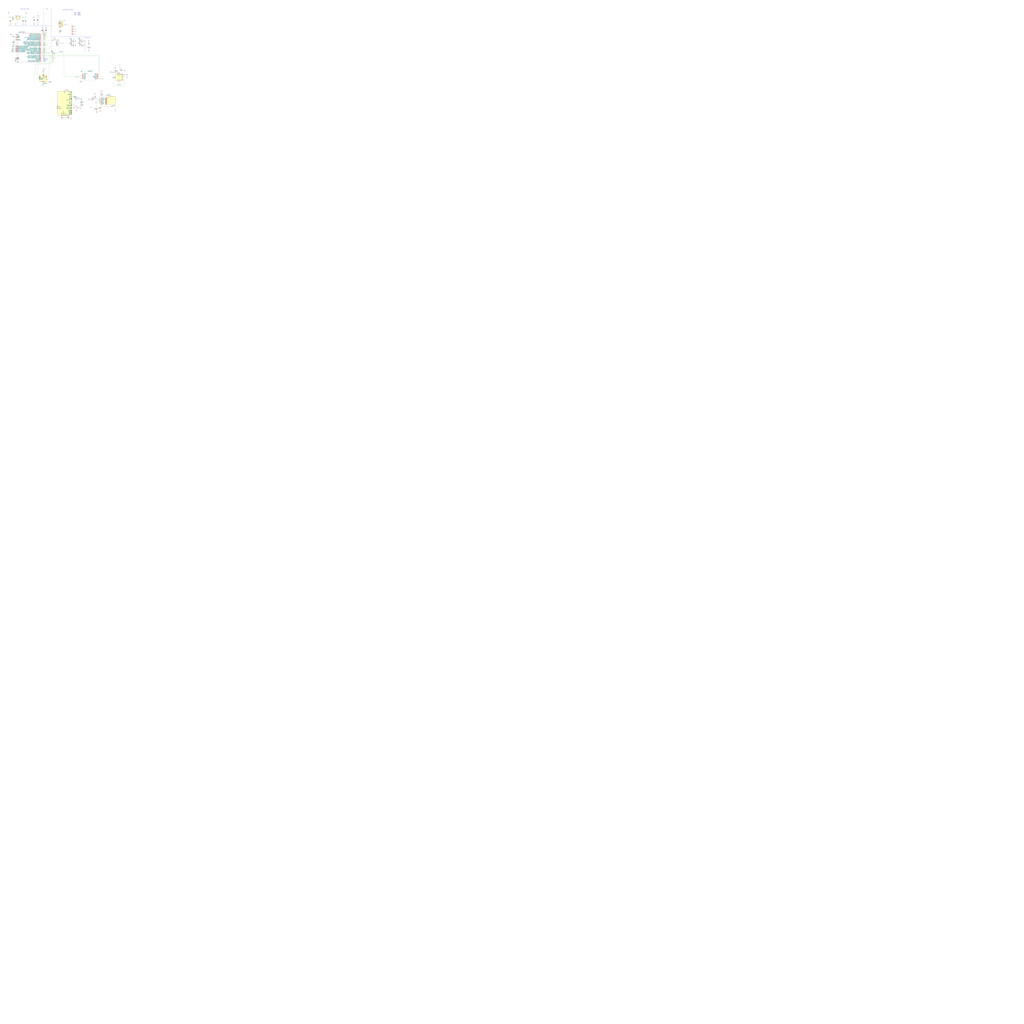
<source format=kicad_sch>
(kicad_sch (version 20250114) (generator "eeschema") (generator_version "9.0")
  (paper "User" 3048 3048)
  (lib_symbols
    (symbol "Adafruit Feather M0 Basic rev C-eagle-import:+3V3" (power)
      (symbol "+3V3_1_0"
        (pin power_in line (at 0 -2.54 90) (length 2.54) (name "+3V3") (number "1"))
      )
    )
    (symbol "Adafruit Feather M0 Basic rev C-eagle-import:ATSAMD21J_QFN"
      (symbol "ATSAMD21J_QFN_1_0"
        (pin bidirectional inverted (at -25.4 33.02 0) (length 5.08) (name "/RESET") (number "40"))
        (pin power_in line (at -25.4 27.94 0) (length 5.08) (name "VDDIO") (number "17"))
        (pin power_in line (at -25.4 27.94 0) (length 5.08) (name "VDDIO") (number "36"))
        (pin power_in line (at -25.4 25.4 0) (length 5.08) (name "VDDA") (number "6"))
        (pin power_in line (at -25.4 20.32 0) (length 5.08) (name "VDDIN") (number "44"))
        (pin power_in line (at -25.4 17.78 0) (length 5.08) (name "VDDCORE") (number "43"))
        (pin bidirectional line (at -25.4 0 0) (length 5.08) (name "PB02/I2/AIN10/SERCOM5.0") (number "47"))
        (pin bidirectional line (at -25.4 -2.54 0) (length 5.08) (name "PB03/I3/AIN11/SERCOM5.1") (number "48"))
        (pin bidirectional line (at -25.4 -5.08 0) (length 5.08) (name "PB08/I8/AIN2/SERCOM4.0") (number "7"))
        (pin bidirectional line (at -25.4 -7.62 0) (length 5.08) (name "PB09/I9/AIN3/SERCOM4.1") (number "8"))
        (pin bidirectional line (at -25.4 -10.16 0) (length 5.08) (name "PB10/I10/SERCOM4.2/I2SMC") (number "19"))
        (pin bidirectional line (at -25.4 -12.7 0) (length 5.08) (name "PB11/I11/SERCOM4.3/I2SCL") (number "20"))
        (pin bidirectional line (at -25.4 -15.24 0) (length 5.08) (name "PB22/I6/SERCOM5.2") (number "37"))
        (pin bidirectional line (at -25.4 -17.78 0) (length 5.08) (name "PB23/I7/SERCOM5.3") (number "38"))
        (pin power_in line (at -25.4 -35.56 0) (length 5.08) (name "GND") (number "18"))
        (pin power_in line (at -25.4 -35.56 0) (length 5.08) (name "GND") (number "35"))
        (pin power_in line (at -25.4 -35.56 0) (length 5.08) (name "GND") (number "42"))
        (pin power_in line (at -25.4 -35.56 0) (length 5.08) (name "GND") (number "THERMAL"))
        (pin power_in line (at -25.4 -40.64 0) (length 5.08) (name "GNDA") (number "5"))
        (pin bidirectional line (at 50.8 35.56 180) (length 5.08) (name "PA00/EINT0/SERCOM1.0") (number "1"))
        (pin bidirectional line (at 50.8 33.02 180) (length 5.08) (name "PA01/EINT1/SERCOM1.1") (number "2"))
        (pin bidirectional line (at 50.8 30.48 180) (length 5.08) (name "PA02/EINT2/AIN0/Y0/VOUT") (number "3"))
        (pin bidirectional line (at 50.8 27.94 180) (length 5.08) (name "PA03/EINT3/VREFA/AIN1") (number "4"))
        (pin bidirectional line (at 50.8 25.4 180) (length 5.08) (name "PA04/EINT4/VREFB/AIN4/SERCOM0.0") (number "9"))
        (pin bidirectional line (at 50.8 22.86 180) (length 5.08) (name "PA05/EINT5/AIN5/SERCOM0.1") (number "10"))
        (pin bidirectional line (at 50.8 20.32 180) (length 5.08) (name "PA06/EINT6/AIN6/SERCOM0.2") (number "11"))
        (pin bidirectional line (at 50.8 17.78 180) (length 5.08) (name "PA07/I7/AIN7/SERCOM0.3/I2SD0") (number "12"))
        (pin bidirectional line (at 50.8 12.7 180) (length 5.08) (name "PA08/I2C/AIN16/SERCOM0+2.0/I2SD1") (number "13"))
        (pin bidirectional line (at 50.8 10.16 180) (length 5.08) (name "PA09/I2C/I9/AIN17/SERCOM0+2.1/I2SMC") (number "14"))
        (pin bidirectional line (at 50.8 7.62 180) (length 5.08) (name "PA10/I10/AIN18/SERCOM0+2.2/I2SCK") (number "15"))
        (pin bidirectional line (at 50.8 5.08 180) (length 5.08) (name "PA11/I11/AIN19/SERCOM0+2.3/I2SF0") (number "16"))
        (pin bidirectional line (at 50.8 2.54 180) (length 5.08) (name "PA12/I12/I2C/SERCOM2+4.0") (number "21"))
        (pin bidirectional line (at 50.8 0 180) (length 5.08) (name "PA13/I13/I2C/SERCOM2+4.1") (number "22"))
        (pin bidirectional line (at 50.8 -5.08 180) (length 5.08) (name "PA14/I14/SERCOM2+4.2") (number "23"))
        (pin bidirectional line (at 50.8 -7.62 180) (length 5.08) (name "PA15/I15/SERCOM3+4.3") (number "24"))
        (pin bidirectional line (at 50.8 -10.16 180) (length 5.08) (name "PA16/I2C/I0/SERCOM1+3.0") (number "25"))
        (pin bidirectional line (at 50.8 -12.7 180) (length 5.08) (name "PA17/I2C/I1/SERCOM1+3.1") (number "26"))
        (pin bidirectional line (at 50.8 -15.24 180) (length 5.08) (name "PA18/I2/SERCOM1+3.2") (number "27"))
        (pin bidirectional line (at 50.8 -17.78 180) (length 5.08) (name "PA19/I3/SERCOM1+3.3/I2SD0") (number "28"))
        (pin bidirectional line (at 50.8 -20.32 180) (length 5.08) (name "PA20/I4/SERCOM3+5.2/I2SSC") (number "29"))
        (pin bidirectional line (at 50.8 -22.86 180) (length 5.08) (name "PA21/I5/SERCOM3+5.3/I2SFS0") (number "30"))
        (pin bidirectional line (at 50.8 -27.94 180) (length 5.08) (name "PA22/I2C/I6/SERCOM3+5.0") (number "31"))
        (pin bidirectional line (at 50.8 -30.48 180) (length 5.08) (name "PA23/I2C/I7/SERCOM3+5.1/SOF") (number "32"))
        (pin bidirectional line (at 50.8 -33.02 180) (length 5.08) (name "PA24/I12/SERCOM3+5.2/D-") (number "33"))
        (pin bidirectional line (at 50.8 -35.56 180) (length 5.08) (name "PA25/I13/SERCOM3+5.3/D+") (number "34"))
        (pin bidirectional line (at 50.8 -38.1 180) (length 5.08) (name "PA27/I15") (number "39"))
        (pin bidirectional line (at 50.8 -40.64 180) (length 5.08) (name "PA28/I8") (number "41"))
        (pin bidirectional line (at 50.8 -43.18 180) (length 5.08) (name "PA30/I10/SECOM1.2/SWCLK") (number "45"))
        (pin bidirectional line (at 50.8 -45.72 180) (length 5.08) (name "PA31/I11/SECOM1.3/SWDIO") (number "46"))
      )
    )
    (symbol "Adafruit Feather M0 Basic rev C-eagle-import:CAP_CERAMIC0603_NO"
      (property "Reference" "C" (at -2.29 1.25 90))
      (symbol "CAP_CERAMIC0603_NO_1_0"
        (pin passive line (at 0 5.08 270) (length 2.54) (name "1") (number "1"))
        (pin passive line (at 0 -2.54 90) (length 2.54) (name "2") (number "2"))
      )
    )
    (symbol "Adafruit Feather M0 Basic rev C-eagle-import:CAP_CERAMIC0805-NOOUTLINE"
      (property "Reference" "C" (at -2.29 1.25 90))
      (symbol "CAP_CERAMIC0805-NOOUTLINE_1_0"
        (pin passive line (at 0 5.08 270) (length 2.54) (name "1") (number "1"))
        (pin passive line (at 0 -2.54 90) (length 2.54) (name "2") (number "2"))
      )
    )
    (symbol "Adafruit Feather M0 Basic rev C-eagle-import:CAP_CERAMIC_0603"
      (property "Reference" "C" (at -2.29 1.25 90))
      (symbol "CAP_CERAMIC_0603_1_0"
        (pin passive line (at 0 5.08 270) (length 2.54) (name "1") (number "1"))
        (pin passive line (at 0 -2.54 90) (length 2.54) (name "2") (number "2"))
      )
    )
    (symbol "Adafruit Feather M0 Basic rev C-eagle-import:GND" (power)
      (symbol "GND_1_0"
        (pin power_in line (at 0 2.54 270) (length 2.54) (name "GND") (number "1"))
      )
    )
    (symbol "Adafruit Feather M0 Basic rev C-eagle-import:LED0805_NOOUTLINE"
      (property "Reference" "L0" (at -1.27 4.445 0))
      (property "Value" "RED" (at -1.27 -2.794 0))
      (symbol "LED0805_NOOUTLINE_1_0"
        (pin passive line (at -5.08 0 0) (length 2.54) (name "1") (number "1"))
        (pin passive line (at 2.54 0 180) (length 2.54) (name "2") (number "2"))
      )
    )
    (symbol "Adafruit Feather M0 Basic rev C-eagle-import:RESISTOR_0603"
      (property "Reference" "R" (at 0 2.54 0))
      (symbol "RESISTOR_0603_1_0"
        (pin passive line (at -5.08 0 0) (length 2.54) (name "1") (number "1"))
        (pin passive line (at 5.08 0 180) (length 2.54) (name "2") (number "2"))
      )
    )
    (symbol "Adafruit Feather M0 Basic rev C-eagle-import:RESISTOR_0603_NOOUT"
      (property "Reference" "R" (at 0 2.54 0))
      (symbol "RESISTOR_0603_NOOUT_1_0"
        (pin passive line (at -5.08 0 0) (length 2.54) (name "1") (number "1"))
        (pin passive line (at 5.08 0 180) (length 2.54) (name "2") (number "2"))
      )
    )
    (symbol "Adafruit Feather M0 Basic rev C-eagle-import:VBUS" (power)
      (symbol "VBUS_1_0"
        (pin power_in line (at 0 -2.54 90) (length 2.54) (name "VBUS") (number "1"))
      )
    )
    (symbol "Adafruit Feather M0 Basic rev C-eagle-import:XTAL-3.2X1.5"
      (property "Reference" "X2" (at -2.54 3.81 0))
      (property "Value" "32.768" (at -3.81 -5.08 0))
      (symbol "XTAL-3.2X1.5_1_0"
        (pin bidirectional line (at -5.08 0 0) (length 2.54) (name "1") (number "1"))
        (pin bidirectional line (at 5.08 0 180) (length 2.54) (name "2") (number "2"))
      )
    )
    (symbol "Adafruit Feather M0 Basic rev C-eagle-import:supply1_GND" (power)
      (symbol "supply1_GND_1_0"
        (pin power_in line (at 0 2.54 270) (length 2.54) (name "GND") (number "1"))
      )
    )
    (symbol "Connector:Conn_01x03_Pin" (pin_names (offset 1.016) (hide yes))
      (property "Reference" "J" (at 0 5.08 0))
      (property "Value" "Conn_01x03_Pin" (at 0 -5.08 0))
      (symbol "Conn_01x03_Pin_1_1"
        (pin passive line (at 5.08 2.54 180) (length 3.81) (name "Pin_1") (number "1"))
        (pin passive line (at 5.08 0 180) (length 3.81) (name "Pin_2") (number "2"))
        (pin passive line (at 5.08 -2.54 180) (length 3.81) (name "Pin_3") (number "3"))
      )
    )
    (symbol "Connector:Conn_01x09_Socket" (pin_names (offset 1.016) (hide yes))
      (property "Reference" "J" (at 0 12.7 0))
      (property "Value" "Conn_01x09_Socket" (at 0 -12.7 0))
      (symbol "Conn_01x09_Socket_1_1"
        (pin passive line (at -5.08 10.16 0) (length 3.81) (name "Pin_1") (number "1"))
        (pin passive line (at -5.08 7.62 0) (length 3.81) (name "Pin_2") (number "2"))
        (pin passive line (at -5.08 5.08 0) (length 3.81) (name "Pin_3") (number "3"))
        (pin passive line (at -5.08 2.54 0) (length 3.81) (name "Pin_4") (number "4"))
        (pin passive line (at -5.08 0 0) (length 3.81) (name "Pin_5") (number "5"))
        (pin passive line (at -5.08 -2.54 0) (length 3.81) (name "Pin_6") (number "6"))
        (pin passive line (at -5.08 -5.08 0) (length 3.81) (name "Pin_7") (number "7"))
        (pin passive line (at -5.08 -7.62 0) (length 3.81) (name "Pin_8") (number "8"))
        (pin passive line (at -5.08 -10.16 0) (length 3.81) (name "Pin_9") (number "9"))
      )
    )
    (symbol "Connector:Conn_Coaxial" (pin_names (offset 1.016) (hide yes))
      (property "Reference" "J" (at 0.254 3.048 0))
      (property "Value" "Conn_Coaxial" (at 2.921 0 90))
      (symbol "Conn_Coaxial_1_1"
        (pin passive line (at -5.08 0 0) (length 2.54) (name "In") (number "1"))
        (pin passive line (at 0 -5.08 90) (length 2.54) (name "Ext") (number "2"))
      )
    )
    (symbol "Connector:Micro_SD_Card" (pin_names (offset 1.016))
      (property "Reference" "J" (at -16.51 15.24 0))
      (property "Value" "Micro_SD_Card" (at 16.51 15.24 0))
      (symbol "Micro_SD_Card_1_1"
        (pin bidirectional line (at -22.86 7.62 0) (length 3.81) (name "DAT2") (number "1"))
        (pin bidirectional line (at -22.86 5.08 0) (length 3.81) (name "DAT3/CD") (number "2"))
        (pin input line (at -22.86 2.54 0) (length 3.81) (name "CMD") (number "3"))
        (pin power_in line (at -22.86 0 0) (length 3.81) (name "VDD") (number "4"))
        (pin input line (at -22.86 -2.54 0) (length 3.81) (name "CLK") (number "5"))
        (pin power_in line (at -22.86 -5.08 0) (length 3.81) (name "VSS") (number "6"))
        (pin bidirectional line (at -22.86 -7.62 0) (length 3.81) (name "DAT0") (number "7"))
        (pin bidirectional line (at -22.86 -10.16 0) (length 3.81) (name "DAT1") (number "8"))
        (pin passive line (at 20.32 -15.24 180) (length 3.81) (name "SHIELD") (number "9"))
      )
    )
    (symbol "Connector:USB_B_Micro" (pin_names (offset 1.016))
      (property "Reference" "J" (at -5.08 11.43 0))
      (property "Value" "USB_B_Micro" (at -5.08 8.89 0))
      (symbol "USB_B_Micro_1_1"
        (pin passive line (at -2.54 -10.16 90) (length 2.54) (name "Shield") (number "6"))
        (pin power_out line (at 0 -10.16 90) (length 2.54) (name "GND") (number "5"))
        (pin power_out line (at 7.62 5.08 180) (length 2.54) (name "VBUS") (number "1"))
        (pin bidirectional line (at 7.62 0 180) (length 2.54) (name "D+") (number "3"))
        (pin bidirectional line (at 7.62 -2.54 180) (length 2.54) (name "D-") (number "2"))
        (pin passive line (at 7.62 -5.08 180) (length 2.54) (name "ID") (number "4"))
      )
    )
    (symbol "Connector_Generic_MountingPin:Conn_01x01_MountingPin" (pin_names (offset 1.016) (hide yes))
      (property "Reference" "J" (at 0 2.54 0))
      (property "Value" "Conn_01x01_MountingPin" (at 1.27 -2.54 0))
      (symbol "Conn_01x01_MountingPin_1_1"
        (text "Mounting" (at 0 -1.651 0) (effects (font (size 0.381 0.381))))
        (pin passive line (at -5.08 0 0) (length 3.81) (name "Pin_1") (number "1"))
        (pin passive line (at 0 -5.08 90) (length 3.048) (name "MountPin") (number "MP"))
      )
    )
    (symbol "LSM6DSOX:LSM6DSOXTR" (pin_names (offset 0.254))
      (property "Reference" "U" (at 25.4 10.16 0))
      (property "Value" "LSM6DSOXTR" (at 25.4 7.62 0))
      (symbol "LSM6DSOXTR_0_1"
        (pin output line (at 0 0 0) (length 7.62) (name "SDO/SA0") (number "1"))
        (pin bidirectional line (at 0 -2.54 0) (length 7.62) (name "SDX") (number "2"))
        (pin bidirectional line (at 0 -5.08 0) (length 7.62) (name "SCX") (number "3"))
        (pin input line (at 0 -7.62 0) (length 7.62) (name "INT1") (number "4"))
        (pin power_in line (at 0 -10.16 0) (length 7.62) (name "VDDIO") (number "5"))
        (pin power_out line (at 0 -12.7 0) (length 7.62) (name "GND") (number "6"))
        (pin power_out line (at 0 -15.24 0) (length 7.62) (name "GND") (number "7"))
        (pin input line (at 50.8 0 180) (length 7.62) (name "SDA") (number "14"))
        (pin unspecified line (at 50.8 -2.54 180) (length 7.62) (name "SCL") (number "13"))
        (pin unspecified line (at 50.8 -5.08 180) (length 7.62) (name "CS") (number "12"))
        (pin unspecified line (at 50.8 -7.62 180) (length 7.62) (name "SDO_AUX") (number "11"))
        (pin unspecified line (at 50.8 -10.16 180) (length 7.62) (name "OCS_AUX") (number "10"))
        (pin input line (at 50.8 -12.7 180) (length 7.62) (name "INT2") (number "9"))
        (pin power_in line (at 50.8 -15.24 180) (length 7.62) (name "VDD") (number "8"))
      )
    )
    (symbol "RF_GPS:ZOE-M8Q"
      (property "Reference" "U" (at -19.05 39.37 0))
      (property "Value" "ZOE-M8Q" (at -19.05 36.83 0))
      (symbol "ZOE-M8Q_1_1"
        (pin bidirectional line (at -22.86 33.02 0) (length 2.54) (name "SQI_D0") (number "D1"))
        (pin input line (at -22.86 30.48 0) (length 2.54) (name "SQI_D1") (number "C1"))
        (pin bidirectional line (at -22.86 27.94 0) (length 2.54) (name "SQI_D2") (number "E3"))
        (pin bidirectional line (at -22.86 25.4 0) (length 2.54) (name "SQI_D3") (number "F3"))
        (pin bidirectional line (at -22.86 22.86 0) (length 2.54) (name "~{SQI_CS}") (number "D3"))
        (pin bidirectional line (at -22.86 20.32 0) (length 2.54) (name "SQI_CLK") (number "E1"))
        (pin input line (at -22.86 15.24 0) (length 2.54) (name "RXD/SPI_MOSI") (number "J4"))
        (pin output line (at -22.86 12.7 0) (length 2.54) (name "TXD/SPI_MISO") (number "J5"))
        (pin bidirectional line (at -22.86 7.62 0) (length 2.54) (name "SDA/~{SPI_CS}") (number "A2"))
        (pin input line (at -22.86 5.08 0) (length 2.54) (name "SCL/SPI_CLK") (number "B1"))
        (pin input line (at -22.86 0 0) (length 2.54) (name "~{RESET}") (number "J6"))
        (pin input line (at -22.86 -5.08 0) (length 2.54) (name "RF_IN") (number "A4"))
        (pin input line (at -22.86 -10.16 0) (length 2.54) (name "PIO13/EXTINT") (number "G4"))
        (pin bidirectional line (at -22.86 -12.7 0) (length 2.54) (name "PIO14") (number "F6"))
        (pin bidirectional line (at -22.86 -15.24 0) (length 2.54) (name "PIO15") (number "C6"))
        (pin input line (at -22.86 -20.32 0) (length 2.54) (name "D_SEL") (number "D4"))
        (pin input line (at -22.86 -25.4 0) (length 2.54) (name "~{SAFEBOOT}") (number "C4"))
        (pin input line (at -22.86 -30.48 0) (length 2.54) (name "RTC_I") (number "J7"))
        (pin output line (at -22.86 -33.02 0) (length 2.54) (name "RTC_O") (number "J8"))
        (pin power_in line (at -7.62 38.1 270) (length 2.54) (name "VCC") (number "J1"))
        (pin passive line (at -7.62 38.1 270) (length 2.54) (hide yes) (name "VCC") (number "J2"))
        (pin power_in line (at -2.54 38.1 270) (length 2.54) (name "V_BCKP") (number "H9"))
        (pin power_in line (at 0 -38.1 90) (length 2.54) (name "GND") (number "A1"))
        (pin passive line (at 0 -38.1 90) (length 2.54) (hide yes) (name "GND") (number "A3"))
        (pin passive line (at 0 -38.1 90) (length 2.54) (hide yes) (name "GND") (number "A5"))
        (pin passive line (at 0 -38.1 90) (length 2.54) (hide yes) (name "GND") (number "A7"))
        (pin passive line (at 0 -38.1 90) (length 2.54) (hide yes) (name "GND") (number "A8"))
        (pin passive line (at 0 -38.1 90) (length 2.54) (hide yes) (name "GND") (number "A9"))
        (pin passive line (at 0 -38.1 90) (length 2.54) (hide yes) (name "GND") (number "B9"))
        (pin passive line (at 0 -38.1 90) (length 2.54) (hide yes) (name "GND") (number "C7"))
        (pin passive line (at 0 -38.1 90) (length 2.54) (hide yes) (name "GND") (number "C9"))
        (pin passive line (at 0 -38.1 90) (length 2.54) (hide yes) (name "GND") (number "D6"))
        (pin passive line (at 0 -38.1 90) (length 2.54) (hide yes) (name "GND") (number "D9"))
        (pin passive line (at 0 -38.1 90) (length 2.54) (hide yes) (name "GND") (number "E7"))
        (pin passive line (at 0 -38.1 90) (length 2.54) (hide yes) (name "GND") (number "F7"))
        (pin passive line (at 0 -38.1 90) (length 2.54) (hide yes) (name "GND") (number "G3"))
        (pin passive line (at 0 -38.1 90) (length 2.54) (hide yes) (name "GND") (number "G6"))
        (pin passive line (at 0 -38.1 90) (length 2.54) (hide yes) (name "GND") (number "G7"))
        (pin passive line (at 0 -38.1 90) (length 2.54) (hide yes) (name "GND") (number "J3"))
        (pin passive line (at 0 -38.1 90) (length 2.54) (hide yes) (name "GND") (number "J9"))
        (pin power_out line (at 2.54 38.1 270) (length 2.54) (name "V_DCDC_OUT") (number "H1"))
        (pin power_in line (at 7.62 38.1 270) (length 2.54) (name "V_CORE") (number "G1"))
        (pin no_connect line (at 20.32 0 180) (length 2.54) (hide yes) (name "Reserved") (number "A6"))
        (pin no_connect line (at 20.32 -5.08 180) (length 2.54) (hide yes) (name "Reserved") (number "E9"))
        (pin no_connect line (at 20.32 -10.16 180) (length 2.54) (hide yes) (name "Reserved") (number "F1"))
        (pin no_connect line (at 20.32 -15.24 180) (length 2.54) (hide yes) (name "Reserved") (number "F4"))
        (pin no_connect line (at 20.32 -20.32 180) (length 2.54) (hide yes) (name "Reserved") (number "F9"))
        (pin no_connect line (at 20.32 -25.4 180) (length 2.54) (hide yes) (name "Reserved") (number "G5"))
        (pin no_connect line (at 20.32 -30.48 180) (length 2.54) (hide yes) (name "Reserved") (number "G9"))
        (pin output line (at 22.86 15.24 180) (length 2.54) (name "TIMEPULSE") (number "C3"))
        (pin output line (at 22.86 10.16 180) (length 2.54) (name "LNA_EN") (number "C5"))
      )
    )
    (symbol "Regulator_Linear:SPX3819M5-L-3-3" (pin_names (offset 0.254))
      (property "Reference" "U" (at -3.81 5.715 0))
      (property "Value" "SPX3819M5-L-3-3" (at 0 5.715 0))
      (symbol "SPX3819M5-L-3-3_1_1"
        (pin power_in line (at -7.62 2.54 0) (length 2.54) (name "IN") (number "1"))
        (pin input line (at -7.62 0 0) (length 2.54) (name "EN") (number "3"))
        (pin power_in line (at 0 -7.62 90) (length 2.54) (name "GND") (number "2"))
        (pin power_out line (at 7.62 2.54 180) (length 2.54) (name "OUT") (number "5"))
        (pin input line (at 7.62 0 180) (length 2.54) (name "BP") (number "4"))
      )
    )
    (symbol "Sensor:BME280"
      (property "Reference" "U" (at -8.89 11.43 0))
      (property "Value" "BME280" (at 7.62 11.43 0))
      (symbol "BME280_1_1"
        (pin power_in line (at -2.54 15.24 270) (length 5.08) (name "VDDIO") (number "6"))
        (pin power_in line (at -2.54 -15.24 90) (length 5.08) (name "GND") (number "1"))
        (pin power_in line (at 2.54 15.24 270) (length 5.08) (name "VDD") (number "8"))
        (pin power_in line (at 2.54 -15.24 90) (length 5.08) (name "GND") (number "7"))
        (pin bidirectional line (at 15.24 7.62 180) (length 5.08) (name "SDO") (number "5"))
        (pin input line (at 15.24 2.54 180) (length 5.08) (name "SCK") (number "4"))
        (pin bidirectional line (at 15.24 -2.54 180) (length 5.08) (name "SDI") (number "3"))
        (pin input line (at 15.24 -7.62 180) (length 5.08) (name "CSB") (number "2"))
      )
    )
    (symbol "Sensor_Magnetic:LIS3MDL"
      (property "Reference" "U" (at -8.89 11.43 0))
      (property "Value" "LIS3MDL" (at 7.62 11.43 0))
      (symbol "LIS3MDL_1_1"
        (pin input line (at -12.7 5.08 0) (length 2.54) (name "~{CS}") (number "10"))
        (pin input line (at -12.7 2.54 0) (length 2.54) (name "SCL/SPC") (number "1"))
        (pin bidirectional line (at -12.7 0 0) (length 2.54) (name "SDA/SDI/SDO") (number "11"))
        (pin bidirectional line (at -12.7 -2.54 0) (length 2.54) (name "SDO/SA1") (number "9"))
        (pin power_in line (at 0 12.7 270) (length 2.54) (name "Vdd") (number "5"))
        (pin passive line (at 0 -12.7 90) (length 2.54) (hide yes) (name "GND") (number "12"))
        (pin passive line (at 0 -12.7 90) (length 2.54) (hide yes) (name "GND") (number "2"))
        (pin power_in line (at 0 -12.7 90) (length 2.54) (name "GND") (number "3"))
        (pin power_in line (at 2.54 12.7 270) (length 2.54) (name "Vdd_IO") (number "6"))
        (pin output line (at 12.7 5.08 180) (length 2.54) (name "DRDY") (number "8"))
        (pin output line (at 12.7 2.54 180) (length 2.54) (name "INT") (number "7"))
        (pin power_out line (at 12.7 -2.54 180) (length 2.54) (name "C1") (number "4"))
      )
    )
  )
  (text "POWER AND FILTERING" (at 60.96 27.94 0) (effects (font (size 1.778 1.5113)) (justify left bottom)))
  (text "RED LED" (at 256.54 114.3 0) (effects (font (size 1.778 1.5113)) (justify left bottom)))
  (text "2.0K  = 500mA" (at 220.98 43.18 0) (effects (font (size 1.778 1.5113)) (justify left bottom)))
  (text "10K  = 100mA" (at 220.98 38.1 0) (effects (font (size 1.778 1.5113)) (justify left bottom)))
  (text "5.0K  = 200mA" (at 220.98 40.64 0) (effects (font (size 1.778 1.5113)) (justify left bottom)))
  (text "N/C" (at 129.54 137.16 0) (effects (font (size 1.778 1.5113)) (justify left bottom)))
  (text "USB AND BATTERY CHARGING" (at 185.42 30.48 0) (effects (font (size 1.778 1.5113)) (justify left bottom)))
  (text "RXD" (at 35.56 154.94 0) (effects (font (size 1.778 1.5113)) (justify left bottom)))
  (text "RESET" (at 137.16 27.94 0) (effects (font (size 1.778 1.5113)) (justify left bottom)))
  (text "USBHOSTEN" (at 129.54 177.8 0) (effects (font (size 1.778 1.5113)) (justify left bottom)))
  (text "RXLED" (at 35.56 139.7 0) (effects (font (size 1.778 1.5113)) (justify left bottom)))
  (text "1.0K  = 1000mA" (at 220.98 45.72 0) (effects (font (size 1.778 1.5113)) (justify left bottom)))
  (text "TXLED" (at 129.54 175.26 0) (effects (font (size 1.778 1.5113)) (justify left bottom)))
  (text "TXD" (at 35.56 152.4 0) (effects (font (size 1.778 1.5113)) (justify left bottom)))
  (text "BREAKOUTS" (at 175.26 154.94 0) (effects (font (size 1.778 1.5113)) (justify left bottom)))
  (junction (at 40.64 109.22))
  (junction (at 30.48 50.8))
  (junction (at 76.2 50.8))
  (junction (at 157.48 153.67))
  (junction (at 288.29 321.31))
  (junction (at 149.86 165.1))
  (junction (at 157.48 167.64))
  (junction (at 137.16 99.06))
  (junction (at 347.98 214.63))
  (junction (at 152.4 167.64))
  (junction (at 40.64 111.76))
  (junction (at 241.3 307.34))
  (junction (at 68.58 50.8))
  (junction (at 194.31 350.52))
  (junction (at 184.15 346.71))
  (junction (at 127 99.06))
  (junction (at 157.48 177.8))
  (junction (at 342.9 214.63))
  (junction (at 45.72 177.8))
  (junction (at 38.1 50.8))
  (junction (at 356.87 209.55))
  (junction (at 128.27 247.65))
  (junction (at 157.48 165.1))
  (junction (at 128.27 218.44))
  (junction (at 199.39 350.52))
  (wire (pts (xy 139.7 132.08) (xy 121.92 132.08)) (stroke (width 0.1524)))
  (wire (pts (xy 121.92 180.34) (xy 139.7 180.34)) (stroke (width 0.1524)))
  (wire (pts (xy 111.76 233.68) (xy 111.76 187.96)))
  (wire (pts (xy 68.58 50.8) (xy 76.2 50.8)) (stroke (width 0.1524)))
  (wire (pts (xy 280.67 297.18) (xy 299.72 297.18)))
  (wire (pts (xy 45.72 116.84) (xy 40.64 116.84)) (stroke (width 0.1524)))
  (wire (pts (xy 214.63 314.96) (xy 228.6 314.96)))
  (wire (pts (xy 121.92 160.02) (xy 139.7 160.02)) (stroke (width 0.1524)))
  (wire (pts (xy 76.2 50.8) (xy 76.2 58.42)) (stroke (width 0.1524)))
  (wire (pts (xy 121.92 104.14) (xy 137.16 104.14)) (stroke (width 0.1524)))
  (wire (pts (xy 214.63 322.58) (xy 218.44 322.58)))
  (wire (pts (xy 152.4 167.64) (xy 157.48 167.64)) (stroke (width 0.1524)))
  (wire (pts (xy 264.16 134.62) (xy 264.16 137.16)) (stroke (width 0.1524)))
  (wire (pts (xy 214.63 312.42) (xy 218.44 312.42)))
  (wire (pts (xy 232.41 229.87) (xy 242.57 229.87)))
  (wire (pts (xy 45.72 68.58) (xy 53.34 68.58)))
  (polyline (pts (xy 152.4 160.02) (xy 152.4 109.22)) (stroke (width 0.1524) (type solid)))
  (wire (pts (xy 184.15 346.71) (xy 184.15 350.52)))
  (wire (pts (xy 270.51 321.31) (xy 288.29 321.31)))
  (wire (pts (xy 33.02 152.4) (xy 45.72 152.4)))
  (wire (pts (xy 299.72 309.88) (xy 299.72 316.23)))
  (wire (pts (xy 149.86 187.96) (xy 149.86 165.1)))
  (wire (pts (xy 228.6 325.12) (xy 228.6 328.93)))
  (wire (pts (xy 293.37 165.1) (xy 157.48 165.1)))
  (wire (pts (xy 157.48 165.1) (xy 157.48 163.83)) (stroke (width 0.1524)))
  (wire (pts (xy 214.63 320.04) (xy 218.44 320.04)))
  (wire (pts (xy 166.37 132.08) (xy 170.18 132.08)))
  (wire (pts (xy 240.03 120.65) (xy 248.92 120.65)))
  (wire (pts (xy 121.92 142.24) (xy 139.7 142.24)) (stroke (width 0.1524)))
  (wire (pts (xy 121.92 101.6) (xy 127 101.6)) (stroke (width 0.1524)))
  (polyline (pts (xy 254 109.22) (xy 152.4 109.22)) (stroke (width 0.1524) (type solid)))
  (wire (pts (xy 336.55 217.17) (xy 347.98 217.17)))
  (wire (pts (xy 139.7 152.4) (xy 121.92 152.4)) (stroke (width 0.1524)))
  (wire (pts (xy 356.87 199.39) (xy 356.87 209.55)))
  (wire (pts (xy 111.76 68.58) (xy 111.76 63.5)) (stroke (width 0.1524)))
  (wire (pts (xy 194.31 345.44) (xy 194.31 350.52)))
  (wire (pts (xy 121.92 127) (xy 139.7 127)) (stroke (width 0.1524)))
  (wire (pts (xy 336.55 255.27) (xy 336.55 217.17)))
  (wire (pts (xy 293.37 234.95) (xy 297.18 234.95)))
  (wire (pts (xy 25.4 40.64) (xy 25.4 50.8)) (stroke (width 0.1524)))
  (polyline (pts (xy 152.4 109.22) (xy 152.4 76.2)) (stroke (width 0.1524) (type solid)))
  (wire (pts (xy 166.37 121.92) (xy 170.18 121.92)))
  (wire (pts (xy 356.87 209.55) (xy 356.87 214.63)))
  (wire (pts (xy 217.17 130.81) (xy 214.63 130.81)))
  (wire (pts (xy 43.18 60.96) (xy 43.18 53.34)) (stroke (width 0.1524)))
  (wire (pts (xy 40.64 119.38) (xy 40.64 121.92)) (stroke (width 0.1524)))
  (wire (pts (xy 166.37 129.54) (xy 170.18 129.54)))
  (wire (pts (xy 101.6 63.5) (xy 101.6 68.58)) (stroke (width 0.1524)))
  (wire (pts (xy 137.16 104.14) (xy 137.16 99.06)) (stroke (width 0.1524)))
  (wire (pts (xy 121.92 149.86) (xy 139.7 149.86)) (stroke (width 0.1524)))
  (wire (pts (xy 295.91 167.64) (xy 157.48 167.64)))
  (polyline (pts (xy 254 160.02) (xy 254 109.22)) (stroke (width 0.1524) (type solid)))
  (wire (pts (xy 190.5 67.31) (xy 190.5 64.77)) (stroke (width 0.1524)))
  (wire (pts (xy 128.27 218.44) (xy 128.27 220.98)))
  (wire (pts (xy 121.92 134.62) (xy 139.7 134.62)) (stroke (width 0.1524)))
  (wire (pts (xy 76.2 50.8) (xy 76.2 40.64)) (stroke (width 0.1524)))
  (wire (pts (xy 299.72 285.75) (xy 299.72 292.1)))
  (wire (pts (xy 347.98 217.17) (xy 347.98 214.63)))
  (wire (pts (xy 242.57 130.81) (xy 240.03 130.81)))
  (wire (pts (xy 137.16 99.06) (xy 137.16 93.98)) (stroke (width 0.1524)))
  (wire (pts (xy 43.18 53.34) (xy 45.72 53.34)) (stroke (width 0.1524)))
  (wire (pts (xy 76.2 66.04) (xy 76.2 68.58)) (stroke (width 0.1524)))
  (wire (pts (xy 127 93.98) (xy 127 99.06)) (stroke (width 0.1524)))
  (wire (pts (xy 242.57 118.11) (xy 240.03 118.11)))
  (wire (pts (xy 207.01 350.52) (xy 210.82 350.52)))
  (wire (pts (xy 342.9 325.12) (xy 342.9 314.96)))
  (wire (pts (xy 38.1 50.8) (xy 30.48 50.8)) (stroke (width 0.1524)))
  (wire (pts (xy 33.02 154.94) (xy 45.72 154.94)))
  (wire (pts (xy 127 101.6) (xy 127 99.06)) (stroke (width 0.1524)))
  (wire (pts (xy 105.41 231.14) (xy 105.41 190.5)))
  (polyline (pts (xy 274.32 109.22) (xy 254 109.22)) (stroke (width 0.1524) (type solid)))
  (wire (pts (xy 166.37 124.46) (xy 170.18 124.46)))
  (wire (pts (xy 139.7 182.88) (xy 121.92 182.88)) (stroke (width 0.1524)))
  (wire (pts (xy 369.57 255.27) (xy 336.55 255.27)))
  (wire (pts (xy 147.32 236.22) (xy 140.97 236.22)))
  (polyline (pts (xy 152.4 76.2) (xy 152.4 22.86)) (stroke (width 0.1524) (type solid)))
  (wire (pts (xy 214.63 133.35) (xy 223.52 133.35)))
  (wire (pts (xy 184.15 354.33) (xy 194.31 354.33)))
  (wire (pts (xy 288.29 299.72) (xy 299.72 299.72)))
  (wire (pts (xy 288.29 321.31) (xy 288.29 299.72)))
  (wire (pts (xy 166.37 134.62) (xy 170.18 134.62)))
  (wire (pts (xy 45.72 137.16) (xy 35.56 137.16)) (stroke (width 0.1524)))
  (wire (pts (xy 342.9 214.63) (xy 347.98 214.63)))
  (wire (pts (xy 369.57 237.49) (xy 369.57 255.27)))
  (polyline (pts (xy 129.54 76.2) (xy 129.54 22.86)) (stroke (width 0.1524) (type solid)))
  (wire (pts (xy 45.72 172.72) (xy 45.72 177.8)) (stroke (width 0.1524)))
  (wire (pts (xy 121.92 157.48) (xy 139.7 157.48)) (stroke (width 0.1524)))
  (wire (pts (xy 101.6 55.88) (xy 101.6 45.72)) (stroke (width 0.1524)))
  (wire (pts (xy 45.72 50.8) (xy 38.1 50.8)) (stroke (width 0.1524)))
  (wire (pts (xy 45.72 111.76) (xy 40.64 111.76)) (stroke (width 0.1524)))
  (polyline (pts (xy 152.4 76.2) (xy 129.54 76.2)) (stroke (width 0.1524) (type solid)))
  (wire (pts (xy 177.8 82.55) (xy 177.8 91.44)) (stroke (width 0.1524)))
  (wire (pts (xy 369.57 232.41) (xy 377.19 232.41)))
  (wire (pts (xy 199.39 345.44) (xy 199.39 350.52)))
  (wire (pts (xy 264.16 144.78) (xy 264.16 147.32)) (stroke (width 0.1524)))
  (wire (pts (xy 128.27 218.44) (xy 115.57 218.44)))
  (wire (pts (xy 128.27 246.38) (xy 128.27 247.65)))
  (wire (pts (xy 294.64 302.26) (xy 299.72 302.26)))
  (wire (pts (xy 214.63 302.26) (xy 224.79 302.26)))
  (wire (pts (xy 121.92 106.68) (xy 139.7 106.68)) (stroke (width 0.1524)))
  (wire (pts (xy 53.34 60.96) (xy 53.34 68.58)))
  (wire (pts (xy 242.57 227.33) (xy 190.5 227.33)))
  (wire (pts (xy 121.92 119.38) (xy 139.7 119.38)) (stroke (width 0.1524)))
  (wire (pts (xy 157.48 156.21) (xy 157.48 153.67)) (stroke (width 0.1524)))
  (wire (pts (xy 242.57 232.41) (xy 238.76 232.41)))
  (wire (pts (xy 293.37 222.25) (xy 295.91 222.25)))
  (wire (pts (xy 295.91 222.25) (xy 295.91 167.64)))
  (wire (pts (xy 30.48 66.04) (xy 30.48 68.58)) (stroke (width 0.1524)))
  (wire (pts (xy 146.05 228.6) (xy 146.05 119.38)))
  (wire (pts (xy 299.72 326.39) (xy 299.72 330.2)))
  (wire (pts (xy 121.92 116.84) (xy 139.7 116.84)) (stroke (width 0.1524)))
  (wire (pts (xy 184.15 345.44) (xy 184.15 346.71)))
  (wire (pts (xy 194.31 350.52) (xy 199.39 350.52)))
  (wire (pts (xy 139.7 124.46) (xy 121.92 124.46)) (stroke (width 0.1524)))
  (wire (pts (xy 121.92 111.76) (xy 139.7 111.76)) (stroke (width 0.1524)))
  (wire (pts (xy 280.67 284.48) (xy 280.67 280.67)))
  (wire (pts (xy 111.76 55.88) (xy 111.76 48.26)) (stroke (width 0.1524)))
  (wire (pts (xy 139.7 144.78) (xy 121.92 144.78)) (stroke (width 0.1524)))
  (wire (pts (xy 38.1 60.96) (xy 43.18 60.96)) (stroke (width 0.1524)))
  (wire (pts (xy 121.92 154.94) (xy 139.7 154.94)) (stroke (width 0.1524)))
  (wire (pts (xy 203.2 74.93) (xy 187.96 74.93)) (stroke (width 0.1524)))
  (wire (pts (xy 111.76 187.96) (xy 149.86 187.96)))
  (wire (pts (xy 128.27 214.63) (xy 128.27 218.44)))
  (wire (pts (xy 45.72 119.38) (xy 40.64 119.38)) (stroke (width 0.1524)))
  (wire (pts (xy 121.92 129.54) (xy 139.7 129.54)) (stroke (width 0.1524)))
  (wire (pts (xy 242.57 234.95) (xy 242.57 238.76)))
  (wire (pts (xy 369.57 227.33) (xy 377.19 227.33)))
  (wire (pts (xy 121.92 147.32) (xy 139.7 147.32)) (stroke (width 0.1524)))
  (wire (pts (xy 152.4 190.5) (xy 152.4 167.64)))
  (wire (pts (xy 121.92 167.64) (xy 152.4 167.64)) (stroke (width 0.1524)))
  (wire (pts (xy 40.64 111.76) (xy 40.64 109.22)) (stroke (width 0.1524)))
  (wire (pts (xy 25.4 50.8) (xy 30.48 50.8)) (stroke (width 0.1524)))
  (wire (pts (xy 157.48 177.8) (xy 157.48 181.61)) (stroke (width 0.1524)))
  (wire (pts (xy 217.17 118.11) (xy 214.63 118.11)))
  (wire (pts (xy 347.98 214.63) (xy 351.79 214.63)))
  (wire (pts (xy 166.37 137.16) (xy 170.18 137.16)))
  (wire (pts (xy 40.64 116.84) (xy 40.64 111.76)) (stroke (width 0.1524)))
  (wire (pts (xy 130.81 208.28) (xy 130.81 220.98)))
  (wire (pts (xy 105.41 190.5) (xy 152.4 190.5)))
  (wire (pts (xy 121.92 165.1) (xy 149.86 165.1)) (stroke (width 0.1524)))
  (wire (pts (xy 351.79 245.11) (xy 351.79 248.92)))
  (wire (pts (xy 166.37 116.84) (xy 170.18 116.84)))
  (wire (pts (xy 214.63 287.02) (xy 217.17 287.02)))
  (wire (pts (xy 121.92 109.22) (xy 139.7 109.22)) (stroke (width 0.1524)))
  (wire (pts (xy 264.16 124.46) (xy 264.16 119.38)) (stroke (width 0.1524)))
  (wire (pts (xy 68.58 66.04) (xy 68.58 68.58)) (stroke (width 0.1524)))
  (wire (pts (xy 187.96 72.39) (xy 203.2 72.39)) (stroke (width 0.1524)))
  (wire (pts (xy 68.58 58.42) (xy 68.58 50.8)) (stroke (width 0.1524)))
  (wire (pts (xy 337.82 214.63) (xy 342.9 214.63)))
  (wire (pts (xy 115.57 218.44) (xy 115.57 228.6)))
  (wire (pts (xy 214.63 307.34) (xy 241.3 307.34)))
  (wire (pts (xy 45.72 109.22) (xy 40.64 109.22)) (stroke (width 0.1524)))
  (wire (pts (xy 121.92 170.18) (xy 139.7 170.18)) (stroke (width 0.1524)))
  (wire (pts (xy 45.72 104.14) (xy 27.94 104.14)) (stroke (width 0.1524)))
  (wire (pts (xy 140.97 228.6) (xy 146.05 228.6)))
  (wire (pts (xy 242.57 215.9) (xy 242.57 219.71)))
  (wire (pts (xy 364.49 209.55) (xy 368.3 209.55)))
  (wire (pts (xy 45.72 142.24) (xy 35.56 142.24)) (stroke (width 0.1524)))
  (wire (pts (xy 270.51 297.18) (xy 266.7 297.18)))
  (wire (pts (xy 180.34 82.55) (xy 180.34 87.63)) (stroke (width 0.1524)))
  (wire (pts (xy 60.96 50.8) (xy 68.58 50.8)) (stroke (width 0.1524)))
  (wire (pts (xy 115.57 231.14) (xy 105.41 231.14)))
  (wire (pts (xy 194.31 350.52) (xy 194.31 354.33)))
  (wire (pts (xy 166.37 127) (xy 170.18 127)))
  (wire (pts (xy 280.67 294.64) (xy 299.72 294.64)))
  (wire (pts (xy 128.27 247.65) (xy 147.32 247.65)))
  (wire (pts (xy 160.02 119.38) (xy 170.18 119.38)))
  (wire (pts (xy 30.48 50.8) (xy 30.48 58.42)) (stroke (width 0.1524)))
  (wire (pts (xy 293.37 219.71) (xy 293.37 165.1)))
  (wire (pts (xy 190.5 227.33) (xy 190.5 157.48)))
  (wire (pts (xy 224.79 298.45) (xy 224.79 302.26)))
  (wire (pts (xy 128.27 247.65) (xy 128.27 248.92)))
  (wire (pts (xy 241.3 317.5) (xy 241.3 321.31)))
  (wire (pts (xy 238.76 232.41) (xy 238.76 242.57)))
  (wire (pts (xy 187.96 67.31) (xy 190.5 67.31)) (stroke (width 0.1524)))
  (wire (pts (xy 115.57 233.68) (xy 111.76 233.68)))
  (wire (pts (xy 146.05 119.38) (xy 139.7 119.38)))
  (wire (pts (xy 139.7 114.3) (xy 121.92 114.3)) (stroke (width 0.1524)))
  (wire (pts (xy 170.18 116.84) (xy 165.1 116.84)) (stroke (width 0.1524)))
  (wire (pts (xy 35.56 149.86) (xy 45.72 149.86)) (stroke (width 0.1524)))
  (wire (pts (xy 294.64 307.34) (xy 299.72 307.34)))
  (wire (pts (xy 299.72 275.59) (xy 299.72 271.78)))
  (wire (pts (xy 149.86 165.1) (xy 157.48 165.1)) (stroke (width 0.1524)))
  (wire (pts (xy 214.63 120.65) (xy 223.52 120.65)))
  (wire (pts (xy 45.72 147.32) (xy 35.56 147.32)) (stroke (width 0.1524)))
  (wire (pts (xy 35.56 144.78) (xy 45.72 144.78)) (stroke (width 0.1524)))
  (wire (pts (xy 356.87 245.11) (xy 356.87 248.92)))
  (polyline (pts (xy 22.86 76.2) (xy 129.54 76.2)) (stroke (width 0.1524) (type solid)))
  (wire (pts (xy 157.48 176.53) (xy 157.48 177.8)) (stroke (width 0.1524)))
  (wire (pts (xy 190.5 157.48) (xy 139.7 157.48)))
  (wire (pts (xy 139.7 172.72) (xy 121.92 172.72)) (stroke (width 0.1524)))
  (wire (pts (xy 289.56 304.8) (xy 299.72 304.8)))
  (wire (pts (xy 147.32 240.03) (xy 147.32 236.22)))
  (wire (pts (xy 240.03 133.35) (xy 248.92 133.35)))
  (label "~{RESET}" (at 30.48 104.14 0) (effects (font (size 1.2446 1.2446))))
  (label "D7" (at 294.64 294.64 0) (effects (font (size 1.2446 1.2446))))
  (label "D+" (at 129.54 172.72 0) (effects (font (size 1.2446 1.2446))))
  (label "TX" (at 33.02 152.4 0) (effects (font (size 1.2446 1.2446))))
  (label "RX" (at 33.02 154.94 0) (effects (font (size 1.2446 1.2446))))
  (label "MOSI" (at 166.37 132.08 0) (effects (font (size 1.2446 1.2446))))
  (label "D12" (at 129.54 154.94 0) (effects (font (size 1.2446 1.2446))))
  (label "D12" (at 242.57 118.11 0) (effects (font (size 1.2446 1.2446))))
  (label "SCK" (at 294.6496 302.26 0) (effects (font (size 1.2446 1.2446))))
  (label "D1" (at 129.54 129.54 0) (effects (font (size 1.2446 1.2446))))
  (label "AREF" (at 129.54 109.22 0) (effects (font (size 1.2446 1.2446))))
  (label "D13" (at 129.54 149.86 0) (effects (font (size 1.2446 1.2446))))
  (label "D8" (at 166.37 134.62 0) (effects (font (size 1.2446 1.2446))))
  (label "MISO" (at 294.64 307.34 0) (effects (font (size 1.2446 1.2446))))
  (label "D3" (at 132.08 127 0) (effects (font (size 1.2446 1.2446))))
  (label "D8" (at 129.54 116.84 0) (effects (font (size 1.2446 1.2446))))
  (label "D3" (at 166.37 124.46 0) (effects (font (size 1.2446 1.2446))))
  (label "SCL" (at 129.54 167.64 0) (effects (font (size 1.2446 1.2446))))
  (label "MISO" (at 218.44 320.04 0) (effects (font (size 1.2446 1.2446))))
  (label "SCK" (at 35.56 149.86 0) (effects (font (size 1.2446 1.2446))))
  (label "D2" (at 129.54 142.24 0) (effects (font (size 1.2446 1.2446))))
  (label "A0" (at 129.54 106.68 0) (effects (font (size 1.2446 1.2446))))
  (label "D+" (at 193.04 72.39 0) (effects (font (size 1.2446 1.2446))))
  (label "SWDIO" (at 129.54 182.88 0) (effects (font (size 1.2446 1.2446))))
  (label "D11" (at 129.54 147.32 0) (effects (font (size 1.2446 1.2446))))
  (label "D7" (at 129.54 160.02 0) (effects (font (size 1.2446 1.2446))))
  (label "A5" (at 35.56 137.16 0) (effects (font (size 1.2446 1.2446))))
  (label "SDA" (at 377.19 232.41 0) (effects (font (size 1.2446 1.2446))))
  (label "SCK" (at 218.44 312.42 0) (effects (font (size 1.2446 1.2446))))
  (label "A3" (at 129.54 111.76 0) (effects (font (size 1.2446 1.2446))))
  (label "MOSI" (at 294.64 297.18 0) (effects (font (size 1.2446 1.2446))))
  (label "AREF" (at 101.6 53.34 90) (effects (font (size 1.2446 1.2446))))
  (label "D9" (at 129.54 119.38 0) (effects (font (size 1.2446 1.2446))))
  (label "SWCLK" (at 129.54 180.34 0) (effects (font (size 1.2446 1.2446))))
  (label "D4" (at 129.54 124.46 0) (effects (font (size 1.2446 1.2446))))
  (label "D10" (at 217.17 118.11 0) (effects (font (size 1.2446 1.2446))))
  (label "D11" (at 217.17 130.81 0) (effects (font (size 1.2446 1.2446))))
  (label "A4" (at 129.54 114.3 0) (effects (font (size 1.2446 1.2446))))
  (label "SCK" (at 166.37 127 0) (effects (font (size 1.2446 1.2446))))
  (label "D5" (at 129.54 144.78 0) (effects (font (size 1.2446 1.2446))))
  (label "MOSI" (at 218.44 322.58 0) (effects (font (size 1.2446 1.2446))))
  (label "MISO" (at 129.54 134.62 0) (effects (font (size 1.2446 1.2446))))
  (label "D-" (at 193.04 74.93 0) (effects (font (size 1.2446 1.2446))))
  (label "D-" (at 129.54 170.18 0) (effects (font (size 1.2446 1.2446))))
  (label "D13" (at 264.16 119.38 270) (effects (font (size 1.2446 1.2446))))
  (label "SCL" (at 377.19 227.33 0) (effects (font (size 1.2446 1.2446))))
  (label "D5" (at 224.79 314.96 0) (effects (font (size 1.2446 1.2446))))
  (label "EN" (at 38.1 60.96 0) (effects (font (size 1.2446 1.2446))))
  (label "A2" (at 35.56 144.78 0) (effects (font (size 1.2446 1.2446))))
  (label "D6" (at 129.54 157.48 0) (effects (font (size 1.2446 1.2446))))
  (label "MISO" (at 166.37 129.54 0) (effects (font (size 1.2446 1.2446))))
  (label "MOSI" (at 35.56 147.32 0) (effects (font (size 1.2446 1.2446))))
  (label "A1" (at 35.56 142.24 0) (effects (font (size 1.2446 1.2446))))
  (label "D2" (at 242.57 130.81 0) (effects (font (size 1.2446 1.2446))))
  (label "D0" (at 129.54 132.08 0) (effects (font (size 1.2446 1.2446))))
  (label "D4" (at 166.37 137.16 0) (effects (font (size 1.2446 1.2446))))
  (label "SDA" (at 129.54 165.1 0) (effects (font (size 1.2446 1.2446))))
  (label "D10" (at 129.54 152.4 0) (effects (font (size 1.2446 1.2446))))
  (symbol (lib_id "Adafruit Feather M0 Basic rev C-eagle-import:CAP_CERAMIC_0603") (at 147.32 242.57 180) (unit 1)
    (property "Reference" "C9" (at 149.86 242.5699 0) (effects (justify right)))
    (property "Value" "100nF" (at 149.86 245.1099 0) (effects (justify right)))
    (property "Footprint" "Capacitor_SMD:C_0805_2012Metric" (effects (hide yes)))
    (property "Description" "Ceramic Capacitors\n\nFor new designs, use the packages preceded by an '_' character since they are more reliable:\n\nThe following footprints should be used on most boards:\n\n• _0402 - Standard footprint for regular board layouts\n• _0603 - Standard footprint for regular board layouts\n• _0805 - Standard footprint for regular board layouts\n• _1206 - Standard footprint for regular board layouts\n\nFor extremely tight-pitch boards where space is at a premium, the following 'micro-pitch' footprints can be used (smaller pads, no silkscreen outline, etc.):\n\n• _0402MP - Micro-pitch footprint for very dense/compact boards\n• _0603MP - Micro-pitch footprint for very dense/compact boards\n• _0805MP - Micro-pitch footprint for very dense/compact boards\n• _1206MP - Micro-pitch footprint for very dense/compact boards" (effects (hide yes)))
  )
  (symbol (lib_id "Adafruit Feather M0 Basic rev C-eagle-import:GND") (at 45.72 180.34 0) (unit 1)
    (property "Reference" "#U$5" (effects (hide yes)))
    (property "Value" "GND" (at 44.196 182.88 0) (effects (font (size 1.27 1.0795)) (justify left bottom)))
  )
  (symbol (lib_id "Adafruit Feather M0 Basic rev C-eagle-import:supply1_GND") (at 101.6 71.12 0) (mirror y) (unit 1)
    (property "Reference" "#GND12" (effects (hide yes)))
    (property "Value" "GND" (at 104.14 73.66 0) (effects (font (size 1.778 1.5113)) (justify left bottom)))
  )
  (symbol (lib_id "Adafruit Feather M0 Basic rev C-eagle-import:supply1_GND") (at 242.57 135.89 90) (unit 1)
    (property "Reference" "#GND05" (effects (hide yes)))
    (property "Value" "GND" (at 245.11 138.43 0) (effects (font (size 1.778 1.5113)) (justify left bottom)))
  )
  (symbol (lib_id "Adafruit Feather M0 Basic rev C-eagle-import:+3V3") (at 157.48 151.13 0) (unit 1)
    (property "Reference" "#+3V05" (effects (hide yes)))
    (property "Value" "+3V3" (at 154.94 156.21 90) (effects (font (size 1.778 1.5113)) (justify left bottom)))
  )
  (symbol (lib_id "Adafruit Feather M0 Basic rev C-eagle-import:GND") (at 127 83.82 180) (unit 1)
    (property "Reference" "#U$8" (effects (hide yes)))
    (property "Value" "GND" (at 128.524 81.28 0) (effects (font (size 1.27 1.0795)) (justify left bottom)))
  )
  (symbol (lib_id "Adafruit Feather M0 Basic rev C-eagle-import:GND") (at 30.48 71.12 0) (unit 1)
    (property "Reference" "#U$27" (effects (hide yes)))
    (property "Value" "GND" (at 28.956 73.66 0) (effects (font (size 1.27 1.0795)) (justify left bottom)))
  )
  (symbol (lib_id "Adafruit Feather M0 Basic rev C-eagle-import:GND") (at 76.2 71.12 0) (unit 1)
    (property "Reference" "#U$28" (effects (hide yes)))
    (property "Value" "GND" (at 74.676 73.66 0) (effects (font (size 1.27 1.0795)) (justify left bottom)))
  )
  (symbol (lib_id "Adafruit Feather M0 Basic rev C-eagle-import:+3V3") (at 111.76 45.72 0) (mirror y) (unit 1)
    (property "Reference" "#+3V2" (effects (hide yes)))
    (property "Value" "+3V3" (at 114.3 50.8 90) (effects (font (size 1.778 1.5113)) (justify left bottom)))
  )
  (symbol (lib_id "Adafruit Feather M0 Basic rev C-eagle-import:+3V3") (at 251.46 133.35 270) (mirror x) (unit 1)
    (property "Reference" "#+3V015" (effects (hide yes)))
    (property "Value" "+3V3" (at 246.38 135.89 90) (effects (font (size 1.778 1.5113)) (justify left bottom)))
  )
  (symbol (lib_id "Adafruit Feather M0 Basic rev C-eagle-import:GND") (at 68.58 71.12 0) (unit 1)
    (property "Reference" "#U$29" (effects (hide yes)))
    (property "Value" "GND" (at 67.056 73.66 0) (effects (font (size 1.27 1.0795)) (justify left bottom)))
  )
  (symbol (lib_id "Connector:Conn_01x03_Pin") (at 234.95 120.65 0) (unit 1)
    (property "Reference" "J8" (at 235.585 113.03 0))
    (property "Value" "GPIO #1" (at 235.585 115.57 0))
    (property "Footprint" "Connector_PinHeader_2.54mm:PinHeader_1x04_P2.54mm_Vertical" (effects (hide yes)))
    (property "Description" "Generic connector, single row, 01x03, script generated" (effects (hide yes)))
  )
  (symbol (lib_id "Adafruit Feather M0 Basic rev C-eagle-import:GND") (at 370.84 209.55 90) (unit 1)
    (property "Reference" "#04" (effects (hide yes)))
    (property "Value" "GND" (at 372.11 209.55 0) (effects (font (size 1.27 1.0795))))
    (property "Description" "GND" (effects (hide yes)))
  )
  (symbol (lib_id "Adafruit Feather M0 Basic rev C-eagle-import:RESISTOR_0603") (at 157.48 172.72 90) (unit 1)
    (property "Reference" "R4" (at 160.02 172.0849 90) (effects (justify right)))
    (property "Value" "4.7K" (at 160.02 173.99 90) (effects (font (size 1.016 1.016) (thickness 0.2032) (bold yes)) (justify right)))
    (property "Footprint" "Resistor_SMD:R_0201_0603Metric" (effects (hide yes)))
    (property "Description" "Resistors\n\nFor new designs, use the packages preceded by an '_' character since they are more reliable:\n\nThe following footprints should be used on most boards:\n\n• _0402 - Standard footprint for regular board layouts\n• _0603 - Standard footprint for regular board layouts\n• _0805 - Standard footprint for regular board layouts\n• _1206 - Standard footprint for regular board layouts\n\nFor extremely tight-pitch boards where space is at a premium, the following 'micro-pitch' footprints can be used (smaller pads, no silkscreen outline, etc.):\n\n• _0402MP - Micro-pitch footprint for very dense/compact boards\n• _0603MP - Micro-pitch footprint for very dense/compact boards\n• _0805MP - Micro-pitch footprint for very dense/compact boards\n• _1206MP - Micro-pitch footprint for very dense/compact boards" (effects (hide yes)))
  )
  (symbol (lib_id "Adafruit Feather M0 Basic rev C-eagle-import:CAP_CERAMIC_0603") (at 342.9 212.09 0) (unit 1)
    (property "Reference" "C11" (at 345.44 209.5499 0) (effects (justify left)))
    (property "Value" "0.1µF" (at 345.44 212.0899 0) (effects (justify left)))
    (property "Footprint" "Capacitor_SMD:C_0805_2012Metric" (effects (hide yes)))
    (property "Description" "Ceramic Capacitors\n\nFor new designs, use the packages preceded by an '_' character since they are more reliable:\n\nThe following footprints should be used on most boards:\n\n• _0402 - Standard footprint for regular board layouts\n• _0603 - Standard footprint for regular board layouts\n• _0805 - Standard footprint for regular board layouts\n• _1206 - Standard footprint for regular board layouts\n\nFor extremely tight-pitch boards where space is at a premium, the following 'micro-pitch' footprints can be used (smaller pads, no silkscreen outline, etc.):\n\n• _0402MP - Micro-pitch footprint for very dense/compact boards\n• _0603MP - Micro-pitch footprint for very dense/compact boards\n• _0805MP - Micro-pitch footprint for very dense/compact boards\n• _1206MP - Micro-pitch footprint for very dense/compact boards" (effects (hide yes)))
  )
  (symbol (lib_id "RF_GPS:ZOE-M8Q") (at 191.77 307.34 180) (unit 1)
    (property "Reference" "U4" (at 194.8881 266.7 0) (effects (justify right)))
    (property "Value" "ZOE-M8Q" (at 194.8881 269.24 0) (effects (justify right)))
    (property "Footprint" "RF_GPS:ublox_ZOE_M8" (effects (hide yes)))
    (property "Datasheet" "https://content.u-blox.com/sites/default/files/ZOE-M8_HIM_UBX-16030136.pdf" (effects (hide yes)))
    (property "Description" "ultra small GNSS  module IC, SiP" (effects (hide yes)))
  )
  (symbol (lib_id "Adafruit Feather M0 Basic rev C-eagle-import:+3V3") (at 128.27 212.09 0) (unit 1)
    (property "Reference" "#+3V07" (effects (hide yes)))
    (property "Value" "+3V3" (at 128.27 210.82 0) (effects (font (size 1.778 1.5113))))
    (property "Description" "SUPPLY SYMBOL" (effects (hide yes)))
  )
  (symbol (lib_id "Connector:USB_B_Micro") (at 180.34 72.39 0) (unit 1)
    (property "Reference" "J1" (at 180.34 59.69 0))
    (property "Value" "USB_B_Micro" (at 180.34 62.23 0))
    (property "Footprint" "Connector_USB:USB_Micro-B_Molex-105017-0001" (effects (hide yes)))
    (property "Description" "USB Micro Type B connector" (effects (hide yes)))
  )
  (symbol (lib_id "Adafruit Feather M0 Basic rev C-eagle-import:GND") (at 128.27 251.46 0) (unit 1)
    (property "Reference" "#0101" (effects (hide yes)))
    (property "Value" "GND" (at 128.27 252.73 0) (effects (font (size 1.27 1.0795))))
    (property "Description" "GND" (effects (hide yes)))
  )
  (symbol (lib_id "Regulator_Linear:SPX3819M5-L-3-3") (at 53.34 53.34 0) (unit 1)
    (property "Reference" "U3" (at 53.34 44.45 0))
    (property "Value" "SPX3819M5-L-3-3" (at 53.34 46.99 0))
    (property "Footprint" "Package_TO_SOT_SMD:SOT-23-5" (effects (hide yes)))
    (property "Datasheet" "https://www.exar.com/content/document.ashx?id=22106&languageid=1033&type=Datasheet&partnumber=SPX3819&filename=SPX3819.pdf&part=SPX3819" (effects (hide yes)))
    (property "Description" "500mA Low drop-out regulator, Fixed Output 3.3V, SOT-23-5" (effects (hide yes)))
  )
  (symbol (lib_id "Adafruit Feather M0 Basic rev C-eagle-import:CAP_CERAMIC_0603") (at 359.41 209.55 270) (unit 1)
    (property "Reference" "C10" (at 360.68 203.2 90))
    (property "Value" "0.1µF" (at 360.68 205.74 90))
    (property "Footprint" "Capacitor_SMD:C_0805_2012Metric" (effects (hide yes)))
    (property "Description" "Ceramic Capacitors\n\nFor new designs, use the packages preceded by an '_' character since they are more reliable:\n\nThe following footprints should be used on most boards:\n\n• _0402 - Standard footprint for regular board layouts\n• _0603 - Standard footprint for regular board layouts\n• _0805 - Standard footprint for regular board layouts\n• _1206 - Standard footprint for regular board layouts\n\nFor extremely tight-pitch boards where space is at a premium, the following 'micro-pitch' footprints can be used (smaller pads, no silkscreen outline, etc.):\n\n• _0402MP - Micro-pitch footprint for very dense/compact boards\n• _0603MP - Micro-pitch footprint for very dense/compact boards\n• _0805MP - Micro-pitch footprint for very dense/compact boards\n• _1206MP - Micro-pitch footprint for very dense/compact boards" (effects (hide yes)))
  )
  (symbol (lib_id "Adafruit Feather M0 Basic rev C-eagle-import:GND") (at 40.64 132.08 0) (unit 1)
    (property "Reference" "#U$6" (effects (hide yes)))
    (property "Value" "GND" (at 39.116 134.62 0) (effects (font (size 1.27 1.0795)) (justify left bottom)))
  )
  (symbol (lib_id "Adafruit Feather M0 Basic rev C-eagle-import:CAP_CERAMIC_0603") (at 204.47 350.52 90) (unit 1)
    (property "Reference" "C12" (at 203.2 344.17 90))
    (property "Value" "10µF" (at 203.2 346.71 90))
    (property "Footprint" "Capacitor_SMD:C_0805_2012Metric" (effects (hide yes)))
    (property "Description" "Ceramic Capacitors\n\nFor new designs, use the packages preceded by an '_' character since they are more reliable:\n\nThe following footprints should be used on most boards:\n\n• _0402 - Standard footprint for regular board layouts\n• _0603 - Standard footprint for regular board layouts\n• _0805 - Standard footprint for regular board layouts\n• _1206 - Standard footprint for regular board layouts\n\nFor extremely tight-pitch boards where space is at a premium, the following 'micro-pitch' footprints can be used (smaller pads, no silkscreen outline, etc.):\n\n• _0402MP - Micro-pitch footprint for very dense/compact boards\n• _0603MP - Micro-pitch footprint for very dense/compact boards\n• _0805MP - Micro-pitch footprint for very dense/compact boards\n• _1206MP - Micro-pitch footprint for very dense/compact boards" (effects (hide yes)))
  )
  (symbol (lib_id "Adafruit Feather M0 Basic rev C-eagle-import:+3V3") (at 372.11 222.25 270) (unit 1)
    (property "Reference" "#+3V014" (effects (hide yes)))
    (property "Value" "+3V3" (at 373.38 222.25 90) (effects (font (size 1.778 1.5113)) (justify left)))
    (property "Description" "SUPPLY SYMBOL" (effects (hide yes)))
  )
  (symbol (lib_id "Adafruit Feather M0 Basic rev C-eagle-import:+3V3") (at 228.6 331.47 0) (mirror x) (unit 1)
    (property "Reference" "#+3V020" (effects (hide yes)))
    (property "Value" "+3V3" (at 226.06 326.39 90) (effects (font (size 1.778 1.5113)) (justify left bottom)))
  )
  (symbol (lib_id "Adafruit Feather M0 Basic rev C-eagle-import:GND") (at 288.29 331.47 0) (unit 1)
    (property "Reference" "#010" (effects (hide yes)))
    (property "Value" "GND" (at 288.29 334.01 0) (effects (font (size 1.27 1.0795))))
    (property "Description" "GND" (effects (hide yes)))
  )
  (symbol (lib_id "Adafruit Feather M0 Basic rev C-eagle-import:GND") (at 111.76 71.12 0) (unit 1)
    (property "Reference" "#U$11" (effects (hide yes)))
    (property "Value" "GND" (at 110.236 73.66 0) (effects (font (size 1.27 1.0795)) (justify left bottom)))
  )
  (symbol (lib_id "Adafruit Feather M0 Basic rev C-eagle-import:CAP_CERAMIC0603_NO") (at 101.6 60.96 0) (unit 1)
    (property "Reference" "C14" (at 99.31 59.71 90))
    (property "Value" "1uF" (at 103.9 59.71 90))
    (property "Footprint" "Capacitor_SMD:C_0805_2012Metric" (effects (hide yes)))
  )
  (symbol (lib_id "Adafruit Feather M0 Basic rev C-eagle-import:supply1_GND") (at 217.17 135.89 90) (unit 1)
    (property "Reference" "#GND03" (effects (hide yes)))
    (property "Value" "GND" (at 219.71 138.43 0) (effects (font (size 1.778 1.5113)) (justify left bottom)))
  )
  (symbol (lib_id "Adafruit Feather M0 Basic rev C-eagle-import:XTAL-3.2X1.5") (at 132.08 99.06 0) (unit 1)
    (property "Reference" "X2" (at 129.54 95.25 0) (effects (justify left bottom)))
    (property "Value" "32.768" (at 128.27 104.14 0) (effects (justify left bottom)))
    (property "Footprint" "Crystal:Crystal_SMD_3215-2Pin_3.2x1.5mm" (effects (hide yes)))
  )
  (symbol (lib_id "Adafruit Feather M0 Basic rev C-eagle-import:supply1_GND") (at 217.17 123.19 90) (unit 1)
    (property "Reference" "#GND04" (effects (hide yes)))
    (property "Value" "GND" (at 219.71 125.73 0) (effects (font (size 1.778 1.5113)) (justify left bottom)))
  )
  (symbol (lib_id "Adafruit Feather M0 Basic rev C-eagle-import:+3V3") (at 335.28 214.63 90) (unit 1)
    (property "Reference" "#+3V016" (effects (hide yes)))
    (property "Value" "+3V3" (at 334.01 214.63 90) (effects (font (size 1.778 1.5113)) (justify left)))
    (property "Description" "SUPPLY SYMBOL" (effects (hide yes)))
  )
  (symbol (lib_id "Adafruit Feather M0 Basic rev C-eagle-import:GND") (at 238.76 245.11 0) (unit 1)
    (property "Reference" "#0102" (effects (hide yes)))
    (property "Value" "GND" (at 238.76 246.38 0) (effects (font (size 1.27 1.0795))))
    (property "Description" "GND" (effects (hide yes)))
  )
  (symbol (lib_id "LSM6DSOX:LSM6DSOXTR") (at 242.57 219.71 0) (unit 1)
    (property "Reference" "U5" (at 267.97 209.55 0) (effects (font (size 1.524 1.524))))
    (property "Value" "LSM6DSOXTR" (at 267.97 212.09 0) (effects (font (size 1.524 1.524))))
    (property "Footprint" "LSM6:LGA-14L_STM" (effects (hide yes)))
    (property "Datasheet" "LSM6DSOXTR" (effects (hide yes)))
  )
  (symbol (lib_id "Adafruit Feather M0 Basic rev C-eagle-import:VBUS") (at 190.5 62.23 0) (unit 1)
    (property "Reference" "#U$1" (effects (hide yes)))
    (property "Value" "VBUS" (at 188.976 61.214 0) (effects (font (size 1.27 1.0795)) (justify left bottom)))
  )
  (symbol (lib_id "Connector_Generic_MountingPin:Conn_01x01_MountingPin") (at 215.9 77.47 0) (unit 1)
    (property "Reference" "J6" (at 218.44 76.5555 0) (effects (justify left)))
    (property "Value" "Mounting" (at 218.44 79.0955 0) (effects (justify left)))
    (property "Footprint" "MountingHole:MountingHole_2.2mm_M2" (effects (hide yes)))
    (property "Description" "Generic connectable mounting pin connector, single row, 01x01, script generated (kicad-library-utils/schlib/autogen/connector/)" (effects (hide yes)))
  )
  (symbol (lib_id "Adafruit Feather M0 Basic rev C-eagle-import:RESISTOR_0603") (at 228.6 320.04 90) (unit 1)
    (property "Reference" "R3" (at 231.14 318.7699 90) (effects (justify right)))
    (property "Value" "10K" (at 231.14 321.31 90) (effects (font (size 1.016 1.016) (thickness 0.2032) (bold yes)) (justify right)))
    (property "Footprint" "Resistor_SMD:R_0201_0603Metric" (effects (hide yes)))
    (property "Description" "Resistors\n\nFor new designs, use the packages preceded by an '_' character since they are more reliable:\n\nThe following footprints should be used on most boards:\n\n• _0402 - Standard footprint for regular board layouts\n• _0603 - Standard footprint for regular board layouts\n• _0805 - Standard footprint for regular board layouts\n• _1206 - Standard footprint for regular board layouts\n\nFor extremely tight-pitch boards where space is at a premium, the following 'micro-pitch' footprints can be used (smaller pads, no silkscreen outline, etc.):\n\n• _0402MP - Micro-pitch footprint for very dense/compact boards\n• _0603MP - Micro-pitch footprint for very dense/compact boards\n• _0805MP - Micro-pitch footprint for very dense/compact boards\n• _1206MP - Micro-pitch footprint for very dense/compact boards" (effects (hide yes)))
  )
  (symbol (lib_id "Adafruit Feather M0 Basic rev C-eagle-import:GND") (at 242.57 241.3 0) (unit 1)
    (property "Reference" "#0103" (effects (hide yes)))
    (property "Value" "GND" (at 242.57 242.57 0) (effects (font (size 1.27 1.0795))))
    (property "Description" "GND" (effects (hide yes)))
  )
  (symbol (lib_id "Adafruit Feather M0 Basic rev C-eagle-import:+3V3") (at 226.06 120.65 270) (mirror x) (unit 1)
    (property "Reference" "#+3V010" (effects (hide yes)))
    (property "Value" "+3V3" (at 220.98 123.19 90) (effects (font (size 1.778 1.5113)) (justify left bottom)))
  )
  (symbol (lib_id "Adafruit Feather M0 Basic rev C-eagle-import:+3V3") (at 299.72 234.95 270) (unit 1)
    (property "Reference" "#+3V013" (effects (hide yes)))
    (property "Value" "+3V3" (at 300.99 234.95 90) (effects (font (size 1.778 1.5113)) (justify left)))
    (property "Description" "SUPPLY SYMBOL" (effects (hide yes)))
  )
  (symbol (lib_id "Adafruit Feather M0 Basic rev C-eagle-import:GND") (at 241.3 297.18 180) (unit 1)
    (property "Reference" "#06" (effects (hide yes)))
    (property "Value" "GND" (at 241.3 294.64 0) (effects (font (size 1.27 1.0795))))
    (property "Description" "GND" (effects (hide yes)))
  )
  (symbol (lib_id "Connector:Conn_01x03_Pin") (at 209.55 133.35 0) (unit 1)
    (property "Reference" "J10" (at 210.185 125.73 0))
    (property "Value" "GPIO #3" (at 210.185 128.27 0))
    (property "Footprint" "Connector_PinHeader_2.54mm:PinHeader_1x04_P2.54mm_Vertical" (effects (hide yes)))
    (property "Description" "Generic connector, single row, 01x03, script generated" (effects (hide yes)))
  )
  (symbol (lib_id "Connector:Conn_01x03_Pin") (at 209.55 120.65 0) (unit 1)
    (property "Reference" "J7" (at 210.185 113.03 0))
    (property "Value" "GPIO #2" (at 210.185 115.57 0))
    (property "Footprint" "Connector_PinHeader_2.54mm:PinHeader_1x04_P2.54mm_Vertical" (effects (hide yes)))
    (property "Description" "Generic connector, single row, 01x03, script generated" (effects (hide yes)))
  )
  (symbol (lib_id "Adafruit Feather M0 Basic rev C-eagle-import:+3V3") (at 264.16 297.18 90) (mirror x) (unit 1)
    (property "Reference" "#+3V025" (effects (hide yes)))
    (property "Value" "+3V3" (at 269.24 294.64 90) (effects (font (size 1.778 1.5113)) (justify left bottom)))
  )
  (symbol (lib_id "Connector:Micro_SD_Card") (at 322.58 299.72 0) (unit 1)
    (property "Reference" "J12" (at 323.215 280.67 0))
    (property "Value" "Micro_SD_Card" (at 323.215 283.21 0))
    (property "Footprint" "Connector_Card:microSD_HC_Hirose_DM3AT-SF-PEJM5" (effects (hide yes)))
    (property "Datasheet" "https://www.we-online.com/components/products/datasheet/693072010801.pdf" (effects (hide yes)))
    (property "Description" "Micro SD Card Socket" (effects (hide yes)))
  )
  (symbol (lib_id "Adafruit Feather M0 Basic rev C-eagle-import:GND") (at 45.72 71.12 0) (unit 1)
    (property "Reference" "#U$30" (effects (hide yes)))
    (property "Value" "GND" (at 44.196 73.66 0) (effects (font (size 1.27 1.0795)) (justify left bottom)))
  )
  (symbol (lib_id "Adafruit Feather M0 Basic rev C-eagle-import:+3V3") (at 165.1 114.3 0) (unit 1)
    (property "Reference" "#+3V01" (effects (hide yes)))
    (property "Value" "+3V3" (at 162.56 119.38 90) (effects (font (size 1.778 1.5113)) (justify left bottom)))
  )
  (symbol (lib_id "Adafruit Feather M0 Basic rev C-eagle-import:RESISTOR_0603") (at 275.59 297.18 180) (unit 1)
    (property "Reference" "R10" (at 274.3199 294.64 90) (effects (justify right)))
    (property "Value" "10K" (at 276.86 294.64 90) (effects (font (size 1.016 1.016) (thickness 0.2032) (bold yes)) (justify right)))
    (property "Footprint" "Resistor_SMD:R_0201_0603Metric" (effects (hide yes)))
    (property "Description" "Resistors\n\nFor new designs, use the packages preceded by an '_' character since they are more reliable:\n\nThe following footprints should be used on most boards:\n\n• _0402 - Standard footprint for regular board layouts\n• _0603 - Standard footprint for regular board layouts\n• _0805 - Standard footprint for regular board layouts\n• _1206 - Standard footprint for regular board layouts\n\nFor extremely tight-pitch boards where space is at a premium, the following 'micro-pitch' footprints can be used (smaller pads, no silkscreen outline, etc.):\n\n• _0402MP - Micro-pitch footprint for very dense/compact boards\n• _0603MP - Micro-pitch footprint for very dense/compact boards\n• _0805MP - Micro-pitch footprint for very dense/compact boards\n• _1206MP - Micro-pitch footprint for very dense/compact boards" (effects (hide yes)))
  )
  (symbol (lib_id "Sensor:BME280") (at 354.33 229.87 0) (unit 1)
    (property "Reference" "U2" (at 342.9 228.5999 0) (effects (justify right)))
    (property "Value" "BME280" (at 342.9 231.1399 0) (effects (justify right)))
    (property "Footprint" "Package_LGA:Bosch_LGA-8_2.5x2.5mm_P0.65mm_ClockwisePinNumbering" (effects (hide yes)))
    (property "Datasheet" "https://www.bosch-sensortec.com/media/boschsensortec/downloads/datasheets/bst-bme280-ds002.pdf" (effects (hide yes)))
    (property "Description" "3-in-1 sensor, humidity, pressure, temperature, I2C and SPI interface, 1.71-3.6V, LGA-8" (effects (hide yes)))
  )
  (symbol (lib_id "Adafruit Feather M0 Basic rev C-eagle-import:CAP_CERAMIC_0603") (at 241.3 302.26 180) (unit 1)
    (property "Reference" "C3" (at 243.84 302.2599 0) (effects (justify right)))
    (property "Value" "100nF" (at 243.84 304.7999 0) (effects (justify right)))
    (property "Footprint" "Capacitor_SMD:C_0805_2012Metric" (effects (hide yes)))
    (property "Description" "Ceramic Capacitors\n\nFor new designs, use the packages preceded by an '_' character since they are more reliable:\n\nThe following footprints should be used on most boards:\n\n• _0402 - Standard footprint for regular board layouts\n• _0603 - Standard footprint for regular board layouts\n• _0805 - Standard footprint for regular board layouts\n• _1206 - Standard footprint for regular board layouts\n\nFor extremely tight-pitch boards where space is at a premium, the following 'micro-pitch' footprints can be used (smaller pads, no silkscreen outline, etc.):\n\n• _0402MP - Micro-pitch footprint for very dense/compact boards\n• _0603MP - Micro-pitch footprint for very dense/compact boards\n• _0805MP - Micro-pitch footprint for very dense/compact boards\n• _1206MP - Micro-pitch footprint for very dense/compact boards" (effects (hide yes)))
  )
  (symbol (lib_id "Adafruit Feather M0 Basic rev C-eagle-import:GND") (at 219.71 287.02 90) (unit 1)
    (property "Reference" "#05" (effects (hide yes)))
    (property "Value" "GND" (at 220.98 287.0199 90) (effects (font (size 1.27 1.0795)) (justify right)))
    (property "Description" "GND" (effects (hide yes)))
  )
  (symbol (lib_id "Adafruit Feather M0 Basic rev C-eagle-import:RESISTOR_0603_NOOUT") (at 38.1 55.88 270) (unit 1)
    (property "Reference" "R1" (at 40.64 55.88 0))
    (property "Value" "100k" (at 38.1 55.88 0) (effects (font (size 1.016 1.016) (thickness 0.2032) (bold yes))))
    (property "Footprint" "Resistor_SMD:R_0201_0603Metric" (effects (hide yes)))
  )
  (symbol (lib_id "Adafruit Feather M0 Basic rev C-eagle-import:CAP_CERAMIC0603_NO") (at 137.16 88.9 180) (unit 1)
    (property "Reference" "C4" (at 139.45 90.15 90))
    (property "Value" "22pF" (at 134.86 90.15 90))
    (property "Footprint" "Capacitor_SMD:C_0805_2012Metric" (effects (hide yes)))
  )
  (symbol (lib_id "Adafruit Feather M0 Basic rev C-eagle-import:GND") (at 287.02 304.8 270) (unit 1)
    (property "Reference" "#08" (effects (hide yes)))
    (property "Value" "GND" (at 285.75 304.8001 90) (effects (font (size 1.27 1.0795)) (justify right)))
    (property "Description" "GND" (effects (hide yes)))
  )
  (symbol (lib_id "Adafruit Feather M0 Basic rev C-eagle-import:GND") (at 351.79 251.46 0) (unit 1)
    (property "Reference" "#01" (effects (hide yes)))
    (property "Value" "GND" (at 351.79 252.73 0) (effects (font (size 1.27 1.0795))))
    (property "Description" "GND" (effects (hide yes)))
  )
  (symbol (lib_id "Adafruit Feather M0 Basic rev C-eagle-import:supply1_GND") (at 242.57 123.19 90) (unit 1)
    (property "Reference" "#GND06" (effects (hide yes)))
    (property "Value" "GND" (at 245.11 125.73 0) (effects (font (size 1.778 1.5113)) (justify left bottom)))
  )
  (symbol (lib_id "Adafruit Feather M0 Basic rev C-eagle-import:+3V3") (at 154.94 181.61 90) (unit 1)
    (property "Reference" "#+3V06" (effects (hide yes)))
    (property "Value" "+3V3" (at 160.02 184.15 90) (effects (font (size 1.778 1.5113)) (justify left bottom)))
  )
  (symbol (lib_id "Adafruit Feather M0 Basic rev C-eagle-import:+3V3") (at 241.3 323.85 0) (mirror x) (unit 1)
    (property "Reference" "#+3V018" (effects (hide yes)))
    (property "Value" "+3V3" (at 238.76 318.77 90) (effects (font (size 1.778 1.5113)) (justify left bottom)))
  )
  (symbol (lib_id "Adafruit Feather M0 Basic rev C-eagle-import:RESISTOR_0603") (at 241.3 312.42 90) (unit 1)
    (property "Reference" "R2" (at 243.84 311.1499 90) (effects (justify right)))
    (property "Value" "10K" (at 243.84 313.69 90) (effects (font (size 1.016 1.016) (thickness 0.2032) (bold yes)) (justify right)))
    (property "Footprint" "Resistor_SMD:R_0201_0603Metric" (effects (hide yes)))
    (property "Description" "Resistors\n\nFor new designs, use the packages preceded by an '_' character since they are more reliable:\n\nThe following footprints should be used on most boards:\n\n• _0402 - Standard footprint for regular board layouts\n• _0603 - Standard footprint for regular board layouts\n• _0805 - Standard footprint for regular board layouts\n• _1206 - Standard footprint for regular board layouts\n\nFor extremely tight-pitch boards where space is at a premium, the following 'micro-pitch' footprints can be used (smaller pads, no silkscreen outline, etc.):\n\n• _0402MP - Micro-pitch footprint for very dense/compact boards\n• _0603MP - Micro-pitch footprint for very dense/compact boards\n• _0805MP - Micro-pitch footprint for very dense/compact boards\n• _1206MP - Micro-pitch footprint for very dense/compact boards" (effects (hide yes)))
  )
  (symbol (lib_id "Adafruit Feather M0 Basic rev C-eagle-import:CAP_CERAMIC0805-NOOUTLINE") (at 30.48 63.5 0) (unit 1)
    (property "Reference" "C6" (at 28.19 62.25 90))
    (property "Value" "10µF" (at 32.78 62.25 90))
    (property "Footprint" "Capacitor_SMD:C_0805_2012Metric" (effects (hide yes)))
  )
  (symbol (lib_id "Adafruit Feather M0 Basic rev C-eagle-import:supply1_GND") (at 180.34 90.17 0) (unit 1)
    (property "Reference" "#GND1" (effects (hide yes)))
    (property "Value" "GND" (at 177.8 92.71 0) (effects (font (size 1.778 1.5113)) (justify left bottom)))
  )
  (symbol (lib_id "Adafruit Feather M0 Basic rev C-eagle-import:GND") (at 137.16 83.82 180) (unit 1)
    (property "Reference" "#U$10" (effects (hide yes)))
    (property "Value" "GND" (at 138.684 81.28 0) (effects (font (size 1.27 1.0795)) (justify left bottom)))
  )
  (symbol (lib_id "Adafruit Feather M0 Basic rev C-eagle-import:+3V3") (at 267.97 321.31 90) (mirror x) (unit 1)
    (property "Reference" "#+3V022" (effects (hide yes)))
    (property "Value" "+3V3" (at 273.05 318.77 90) (effects (font (size 1.778 1.5113)) (justify left bottom)))
  )
  (symbol (lib_id "Adafruit Feather M0 Basic rev C-eagle-import:CAP_CERAMIC_0603") (at 288.29 326.39 0) (unit 1)
    (property "Reference" "C15" (at 285.75 326.3901 0) (effects (justify right)))
    (property "Value" "100nF" (at 285.75 323.8501 0) (effects (justify right)))
    (property "Footprint" "Capacitor_SMD:C_0805_2012Metric" (effects (hide yes)))
    (property "Description" "Ceramic Capacitors\n\nFor new designs, use the packages preceded by an '_' character since they are more reliable:\n\nThe following footprints should be used on most boards:\n\n• _0402 - Standard footprint for regular board layouts\n• _0603 - Standard footprint for regular board layouts\n• _0805 - Standard footprint for regular board layouts\n• _1206 - Standard footprint for regular board layouts\n\nFor extremely tight-pitch boards where space is at a premium, the following 'micro-pitch' footprints can be used (smaller pads, no silkscreen outline, etc.):\n\n• _0402MP - Micro-pitch footprint for very dense/compact boards\n• _0603MP - Micro-pitch footprint for very dense/compact boards\n• _0805MP - Micro-pitch footprint for very dense/compact boards\n• _1206MP - Micro-pitch footprint for very dense/compact boards" (effects (hide yes)))
  )
  (symbol (lib_id "Adafruit Feather M0 Basic rev C-eagle-import:CAP_CERAMIC0805-NOOUTLINE") (at 111.76 60.96 0) (unit 1)
    (property "Reference" "C5" (at 109.47 59.71 90))
    (property "Value" "10uF" (at 114.06 59.71 90))
    (property "Footprint" "Capacitor_SMD:C_0805_2012Metric" (effects (hide yes)))
  )
  (symbol (lib_id "Connector:Conn_01x03_Pin") (at 234.95 133.35 0) (unit 1)
    (property "Reference" "J9" (at 235.585 125.73 0))
    (property "Value" "GPIO #4" (at 235.585 128.27 0))
    (property "Footprint" "Connector_PinHeader_2.54mm:PinHeader_1x04_P2.54mm_Vertical" (effects (hide yes)))
    (property "Description" "Generic connector, single row, 01x03, script generated" (effects (hide yes)))
  )
  (symbol (lib_id "Adafruit Feather M0 Basic rev C-eagle-import:+3V3") (at 76.2 38.1 0) (mirror y) (unit 1)
    (property "Reference" "#+3V4" (effects (hide yes)))
    (property "Value" "+3V3" (at 78.74 43.18 90) (effects (font (size 1.778 1.5113)) (justify left bottom)))
  )
  (symbol (lib_id "Adafruit Feather M0 Basic rev C-eagle-import:CAP_CERAMIC0603_NO") (at 127 88.9 180) (unit 1)
    (property "Reference" "C2" (at 129.29 90.15 90))
    (property "Value" "22pF" (at 124.7 90.15 90))
    (property "Footprint" "Capacitor_SMD:C_0805_2012Metric" (effects (hide yes)))
  )
  (symbol (lib_id "Connector_Generic_MountingPin:Conn_01x01_MountingPin") (at 215.9 92.71 0) (unit 1)
    (property "Reference" "J4" (at 218.44 91.7955 0) (effects (justify left)))
    (property "Value" "Mounting" (at 218.44 94.3355 0) (effects (justify left)))
    (property "Footprint" "MountingHole:MountingHole_2.2mm_M2" (effects (hide yes)))
    (property "Description" "Generic connectable mounting pin connector, single row, 01x01, script generated (kicad-library-utils/schlib/autogen/connector/)" (effects (hide yes)))
  )
  (symbol (lib_id "Adafruit Feather M0 Basic rev C-eagle-import:CAP_CERAMIC_0603") (at 184.15 349.25 180) (unit 1)
    (property "Reference" "C13" (at 186.69 349.2499 0) (effects (justify right)))
    (property "Value" "1µF" (at 186.69 351.7899 0) (effects (justify right)))
    (property "Footprint" "Capacitor_SMD:C_0805_2012Metric" (effects (hide yes)))
    (property "Description" "Ceramic Capacitors\n\nFor new designs, use the packages preceded by an '_' character since they are more reliable:\n\nThe following footprints should be used on most boards:\n\n• _0402 - Standard footprint for regular board layouts\n• _0603 - Standard footprint for regular board layouts\n• _0805 - Standard footprint for regular board layouts\n• _1206 - Standard footprint for regular board layouts\n\nFor extremely tight-pitch boards where space is at a premium, the following 'micro-pitch' footprints can be used (smaller pads, no silkscreen outline, etc.):\n\n• _0402MP - Micro-pitch footprint for very dense/compact boards\n• _0603MP - Micro-pitch footprint for very dense/compact boards\n• _0805MP - Micro-pitch footprint for very dense/compact boards\n• _1206MP - Micro-pitch footprint for very dense/compact boards" (effects (hide yes)))
  )
  (symbol (lib_id "Adafruit Feather M0 Basic rev C-eagle-import:supply1_GND") (at 177.8 93.98 0) (unit 1)
    (property "Reference" "#GND02" (effects (hide yes)))
    (property "Value" "GND" (at 175.26 96.52 0) (effects (font (size 1.778 1.5113)) (justify left bottom)))
  )
  (symbol (lib_id "Adafruit Feather M0 Basic rev C-eagle-import:RESISTOR_0603") (at 299.72 280.67 90) (unit 1)
    (property "Reference" "R6" (at 302.26 279.3999 90) (effects (justify right)))
    (property "Value" "10K" (at 302.26 281.94 90) (effects (font (size 1.016 1.016) (thickness 0.2032) (bold yes)) (justify right)))
    (property "Footprint" "Resistor_SMD:R_0201_0603Metric" (effects (hide yes)))
    (property "Description" "Resistors\n\nFor new designs, use the packages preceded by an '_' character since they are more reliable:\n\nThe following footprints should be used on most boards:\n\n• _0402 - Standard footprint for regular board layouts\n• _0603 - Standard footprint for regular board layouts\n• _0805 - Standard footprint for regular board layouts\n• _1206 - Standard footprint for regular board layouts\n\nFor extremely tight-pitch boards where space is at a premium, the following 'micro-pitch' footprints can be used (smaller pads, no silkscreen outline, etc.):\n\n• _0402MP - Micro-pitch footprint for very dense/compact boards\n• _0603MP - Micro-pitch footprint for very dense/compact boards\n• _0805MP - Micro-pitch footprint for very dense/compact boards\n• _1206MP - Micro-pitch footprint for very dense/compact boards" (effects (hide yes)))
  )
  (symbol (lib_id "Adafruit Feather M0 Basic rev C-eagle-import:+3V3") (at 299.72 269.24 0) (mirror y) (unit 1)
    (property "Reference" "#+3V021" (effects (hide yes)))
    (property "Value" "+3V3" (at 302.26 274.32 90) (effects (font (size 1.778 1.5113)) (justify left bottom)))
  )
  (symbol (lib_id "Adafruit Feather M0 Basic rev C-eagle-import:+3V3") (at 251.46 120.65 270) (mirror x) (unit 1)
    (property "Reference" "#+3V017" (effects (hide yes)))
    (property "Value" "+3V3" (at 246.38 123.19 90) (effects (font (size 1.778 1.5113)) (justify left bottom)))
  )
  (symbol (lib_id "Connector_Generic_MountingPin:Conn_01x01_MountingPin") (at 215.9 85.09 0) (unit 1)
    (property "Reference" "J5" (at 218.44 84.1755 0) (effects (justify left)))
    (property "Value" "Mounting" (at 218.44 86.7155 0) (effects (justify left)))
    (property "Footprint" "MountingHole:MountingHole_2.2mm_M2" (effects (hide yes)))
    (property "Description" "Generic connectable mounting pin connector, single row, 01x01, script generated (kicad-library-utils/schlib/autogen/connector/)" (effects (hide yes)))
  )
  (symbol (lib_id "Adafruit Feather M0 Basic rev C-eagle-import:+3V3") (at 280.67 278.13 0) (mirror y) (unit 1)
    (property "Reference" "#+3V024" (effects (hide yes)))
    (property "Value" "+3V3" (at 283.21 283.21 90) (effects (font (size 1.778 1.5113)) (justify left bottom)))
  )
  (symbol (lib_id "Adafruit Feather M0 Basic rev C-eagle-import:LED0805_NOOUTLINE") (at 264.16 142.24 270) (unit 1)
    (property "Reference" "L0" (at 268.605 140.97 0) (effects (font (size 1.27 1.0795))))
    (property "Value" "RED" (at 261.366 140.97 0) (effects (font (size 1.27 1.0795))))
    (property "Footprint" "LED_SMD:LED_0805_2012Metric" (effects (hide yes)))
  )
  (symbol (lib_id "Adafruit Feather M0 Basic rev C-eagle-import:+3V3") (at 130.81 205.74 0) (unit 1)
    (property "Reference" "#+3V08" (effects (hide yes)))
    (property "Value" "+3V3" (at 130.81 204.47 0) (effects (font (size 1.778 1.5113))))
    (property "Description" "SUPPLY SYMBOL" (effects (hide yes)))
  )
  (symbol (lib_id "Adafruit Feather M0 Basic rev C-eagle-import:CAP_CERAMIC0603_NO") (at 76.2 63.5 0) (unit 1)
    (property "Reference" "C7" (at 73.91 62.25 90))
    (property "Value" "1uF" (at 78.5 62.25 90))
    (property "Footprint" "Capacitor_SMD:C_0805_2012Metric" (effects (hide yes)))
  )
  (symbol (lib_id "Adafruit Feather M0 Basic rev C-eagle-import:GND") (at 242.57 213.36 180) (unit 1)
    (property "Reference" "#0104" (effects (hide yes)))
    (property "Value" "GND" (at 242.57 212.09 0) (effects (font (size 1.27 1.0795))))
    (property "Description" "GND" (effects (hide yes)))
  )
  (symbol (lib_id "Adafruit Feather M0 Basic rev C-eagle-import:GND") (at 232.41 293.37 90) (unit 1)
    (property "Reference" "#07" (effects (hide yes)))
    (property "Value" "GND" (at 233.68 293.3699 90) (effects (font (size 1.27 1.0795)) (justify right)))
    (property "Description" "GND" (effects (hide yes)))
  )
  (symbol (lib_id "Adafruit Feather M0 Basic rev C-eagle-import:+3V3") (at 229.87 229.87 90) (unit 1)
    (property "Reference" "#+3V012" (effects (hide yes)))
    (property "Value" "+3V3" (at 228.6 229.87 90) (effects (font (size 1.778 1.5113)) (justify left)))
    (property "Description" "SUPPLY SYMBOL" (effects (hide yes)))
  )
  (symbol (lib_id "Adafruit Feather M0 Basic rev C-eagle-import:RESISTOR_0603_NOOUT") (at 264.16 129.54 270) (unit 1)
    (property "Reference" "R7" (at 266.7 129.54 0))
    (property "Value" "2.2K" (at 264.16 129.54 0) (effects (font (size 1.016 1.016) (thickness 0.2032) (bold yes))))
    (property "Footprint" "Resistor_SMD:R_0201_0603Metric" (effects (hide yes)))
  )
  (symbol (lib_id "Adafruit Feather M0 Basic rev C-eagle-import:supply1_GND") (at 264.16 149.86 0) (mirror y) (unit 1)
    (property "Reference" "#GND10" (effects (hide yes)))
    (property "Value" "GND" (at 266.7 152.4 0) (effects (font (size 1.778 1.5113)) (justify left bottom)))
  )
  (symbol (lib_id "Adafruit Feather M0 Basic rev C-eagle-import:VBUS") (at 25.4 38.1 0) (unit 1)
    (property "Reference" "#U$3" (effects (hide yes)))
    (property "Value" "VBUS" (at 23.876 37.084 0) (effects (font (size 1.27 1.0795)) (justify left bottom)))
  )
  (symbol (lib_id "Adafruit Feather M0 Basic rev C-eagle-import:+3V3") (at 299.72 332.74 0) (mirror x) (unit 1)
    (property "Reference" "#+3V023" (effects (hide yes)))
    (property "Value" "+3V3" (at 297.18 327.66 90) (effects (font (size 1.778 1.5113)) (justify left bottom)))
  )
  (symbol (lib_id "Adafruit Feather M0 Basic rev C-eagle-import:+3V3") (at 356.87 196.85 0) (unit 1)
    (property "Reference" "#+3V09" (effects (hide yes)))
    (property "Value" "+3V3" (at 356.87 195.58 90) (effects (font (size 1.778 1.5113)) (justify left)))
    (property "Description" "SUPPLY SYMBOL" (effects (hide yes)))
  )
  (symbol (lib_id "Connector_Generic_MountingPin:Conn_01x01_MountingPin") (at 215.9 100.33 0) (unit 1)
    (property "Reference" "J3" (at 218.44 99.4155 0) (effects (justify left)))
    (property "Value" "Mounting" (at 218.44 101.9555 0) (effects (justify left)))
    (property "Footprint" "MountingHole:MountingHole_2.2mm_M2" (effects (hide yes)))
    (property "Description" "Generic connectable mounting pin connector, single row, 01x01, script generated (kicad-library-utils/schlib/autogen/connector/)" (effects (hide yes)))
  )
  (symbol (lib_id "Adafruit Feather M0 Basic rev C-eagle-import:+3V3") (at 213.36 350.52 270) (mirror x) (unit 1)
    (property "Reference" "#+3V019" (effects (hide yes)))
    (property "Value" "+3V3" (at 208.28 353.06 90) (effects (font (size 1.778 1.5113)) (justify left bottom)))
  )
  (symbol (lib_id "Adafruit Feather M0 Basic rev C-eagle-import:CAP_CERAMIC0603_NO") (at 40.64 127 0) (unit 1)
    (property "Reference" "C1" (at 38.35 125.75 90))
    (property "Value" "1uF" (at 42.94 125.75 90))
    (property "Footprint" "Capacitor_SMD:C_0805_2012Metric" (effects (hide yes)))
  )
  (symbol (lib_id "Adafruit Feather M0 Basic rev C-eagle-import:RESISTOR_0603") (at 157.48 158.75 90) (unit 1)
    (property "Reference" "R5" (at 160.02 158.1149 90) (effects (justify right)))
    (property "Value" "4.7K" (at 160.02 160.02 90) (effects (font (size 1.016 1.016) (thickness 0.2032) (bold yes)) (justify right)))
    (property "Footprint" "Resistor_SMD:R_0201_0603Metric" (effects (hide yes)))
    (property "Description" "Resistors\n\nFor new designs, use the packages preceded by an '_' character since they are more reliable:\n\nThe following footprints should be used on most boards:\n\n• _0402 - Standard footprint for regular board layouts\n• _0603 - Standard footprint for regular board layouts\n• _0805 - Standard footprint for regular board layouts\n• _1206 - Standard footprint for regular board layouts\n\nFor extremely tight-pitch boards where space is at a premium, the following 'micro-pitch' footprints can be used (smaller pads, no silkscreen outline, etc.):\n\n• _0402MP - Micro-pitch footprint for very dense/compact boards\n• _0603MP - Micro-pitch footprint for very dense/compact boards\n• _0805MP - Micro-pitch footprint for very dense/compact boards\n• _1206MP - Micro-pitch footprint for very dense/compact boards" (effects (hide yes)))
  )
  (symbol (lib_id "Adafruit Feather M0 Basic rev C-eagle-import:ATSAMD21J_QFN") (at 71.12 137.16 0) (unit 1)
    (property "Reference" "U$4" (at 50.8 185.42 0) (effects (font (size 1.778 1.5113)) (justify left bottom)))
    (property "Value" "ATSAMD21G18A-A" (at 55.88 96.52 0) (effects (font (size 1.778 1.5113)) (justify left bottom)))
    (property "Footprint" "Package_QFP:TQFP-48_7x7mm_P0.5mm" (effects (hide yes)))
  )
  (symbol (lib_id "Adafruit Feather M0 Basic rev C-eagle-import:RESISTOR_0603") (at 299.72 321.31 270) (unit 1)
    (property "Reference" "R8" (at 297.18 322.5801 90) (effects (justify right)))
    (property "Value" "10K" (at 297.18 320.04 90) (effects (font (size 1.016 1.016) (thickness 0.2032) (bold yes)) (justify right)))
    (property "Footprint" "Resistor_SMD:R_0201_0603Metric" (effects (hide yes)))
    (property "Description" "Resistors\n\nFor new designs, use the packages preceded by an '_' character since they are more reliable:\n\nThe following footprints should be used on most boards:\n\n• _0402 - Standard footprint for regular board layouts\n• _0603 - Standard footprint for regular board layouts\n• _0805 - Standard footprint for regular board layouts\n• _1206 - Standard footprint for regular board layouts\n\nFor extremely tight-pitch boards where space is at a premium, the following 'micro-pitch' footprints can be used (smaller pads, no silkscreen outline, etc.):\n\n• _0402MP - Micro-pitch footprint for very dense/compact boards\n• _0603MP - Micro-pitch footprint for very dense/compact boards\n• _0805MP - Micro-pitch footprint for very dense/compact boards\n• _1206MP - Micro-pitch footprint for very dense/compact boards" (effects (hide yes)))
  )
  (symbol (lib_id "Sensor_Magnetic:LIS3MDL") (at 128.27 233.68 0) (unit 1)
    (property "Reference" "U1" (at 130.4133 246.38 0) (effects (justify left)))
    (property "Value" "LIS3MDL" (at 130.4133 248.92 0) (effects (justify left)))
    (property "Footprint" "Package_LGA:LGA-12_2x2mm_P0.5mm" (effects (hide yes)))
    (property "Datasheet" "https://www.st.com/resource/en/datasheet/lis3mdl.pdf" (effects (hide yes)))
    (property "Description" "Ultra-low-power, 3-axis digital output magnetometer, LGA-12" (effects (hide yes)))
  )
  (symbol (lib_id "Adafruit Feather M0 Basic rev C-eagle-import:GND") (at 342.9 204.47 180) (unit 1)
    (property "Reference" "#03" (effects (hide yes)))
    (property "Value" "GND" (at 342.9 201.93 0) (effects (font (size 1.27 1.0795))))
    (property "Description" "GND" (effects (hide yes)))
  )
  (symbol (lib_id "Adafruit Feather M0 Basic rev C-eagle-import:+3V3") (at 226.06 133.35 270) (mirror x) (unit 1)
    (property "Reference" "#+3V011" (effects (hide yes)))
    (property "Value" "+3V3" (at 220.98 135.89 90) (effects (font (size 1.778 1.5113)) (justify left bottom)))
  )
  (symbol (lib_id "Connector:Conn_01x09_Socket") (at 175.26 127 0) (unit 1)
    (property "Reference" "J2" (at 176.53 125.7299 0) (effects (justify left)))
    (property "Value" "Radio connector" (at 176.53 128.2699 0) (effects (justify left)))
    (property "Footprint" "Connector_PinSocket_2.54mm:PinSocket_1x09_P2.54mm_Vertical" (effects (hide yes)))
    (property "Description" "Generic connector, single row, 01x09, script generated" (effects (hide yes)))
  )
  (symbol (lib_id "Adafruit Feather M0 Basic rev C-eagle-import:CAP_CERAMIC0805-NOOUTLINE") (at 68.58 63.5 0) (unit 1)
    (property "Reference" "C8" (at 66.29 62.25 90))
    (property "Value" "10µF" (at 70.88 62.25 90))
    (property "Footprint" "Capacitor_SMD:C_0805_2012Metric" (effects (hide yes)))
  )
  (symbol (lib_id "Adafruit Feather M0 Basic rev C-eagle-import:RESISTOR_0603") (at 280.67 289.56 90) (unit 1)
    (property "Reference" "R9" (at 283.21 288.2899 90) (effects (justify right)))
    (property "Value" "10K" (at 283.21 290.83 90) (effects (font (size 1.016 1.016) (thickness 0.2032) (bold yes)) (justify right)))
    (property "Footprint" "Resistor_SMD:R_0201_0603Metric" (effects (hide yes)))
    (property "Description" "Resistors\n\nFor new designs, use the packages preceded by an '_' character since they are more reliable:\n\nThe following footprints should be used on most boards:\n\n• _0402 - Standard footprint for regular board layouts\n• _0603 - Standard footprint for regular board layouts\n• _0805 - Standard footprint for regular board layouts\n• _1206 - Standard footprint for regular board layouts\n\nFor extremely tight-pitch boards where space is at a premium, the following 'micro-pitch' footprints can be used (smaller pads, no silkscreen outline, etc.):\n\n• _0402MP - Micro-pitch footprint for very dense/compact boards\n• _0603MP - Micro-pitch footprint for very dense/compact boards\n• _0805MP - Micro-pitch footprint for very dense/compact boards\n• _1206MP - Micro-pitch footprint for very dense/compact boards" (effects (hide yes)))
  )
  (symbol (lib_id "Adafruit Feather M0 Basic rev C-eagle-import:GND") (at 356.87 251.46 0) (unit 1)
    (property "Reference" "#02" (effects (hide yes)))
    (property "Value" "GND" (at 356.87 252.73 0) (effects (font (size 1.27 1.0795))))
    (property "Description" "GND" (effects (hide yes)))
  )
  (symbol (lib_id "Adafruit Feather M0 Basic rev C-eagle-import:GND") (at 342.9 327.66 0) (unit 1)
    (property "Reference" "#09" (effects (hide yes)))
    (property "Value" "GND" (at 342.9001 328.93 90) (effects (font (size 1.27 1.0795)) (justify right)))
    (property "Description" "GND" (effects (hide yes)))
  )
  (symbol (lib_id "Connector:Conn_Coaxial") (at 224.79 293.37 90) (unit 1)
    (property "Reference" "J11" (at 225.0832 287.02 90))
    (property "Value" "Conn_Coaxial" (at 225.0832 289.56 90))
    (property "Footprint" "Connector_Coaxial:U.FL_Molex_MCRF_73412-0110_Vertical" (effects (hide yes)))
    (property "Description" "coaxial connector (BNC, SMA, SMB, SMC, Cinch/RCA, LEMO, ...)" (effects (hide yes)))
  )
  (symbol (lib_id "Adafruit Feather M0 Basic rev C-eagle-import:GND") (at 157.48 119.38 270) (unit 1)
    (property "Reference" "#U$02" (effects (hide yes)))
    (property "Value" "GND" (at 154.94 117.856 0) (effects (font (size 1.27 1.0795)) (justify left bottom)))
  )
  (symbol (lib_id "Adafruit Feather M0 Basic rev C-eagle-import:+3V3") (at 40.64 106.68 0) (unit 1)
    (property "Reference" "#+3V3" (effects (hide yes)))
    (property "Value" "+3V3" (at 38.1 111.76 90) (effects (font (size 1.778 1.5113)) (justify left bottom)))
  )
)
</source>
